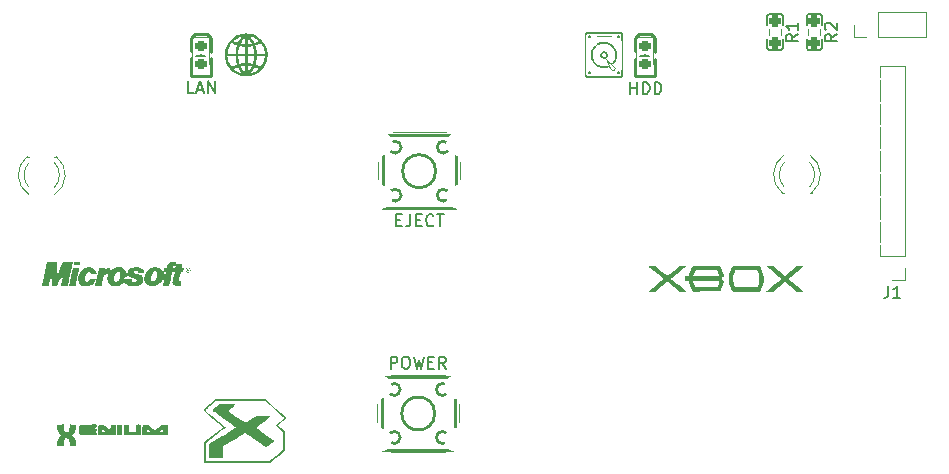
<source format=gbr>
%TF.GenerationSoftware,KiCad,Pcbnew,8.0.3*%
%TF.CreationDate,2024-07-05T17:04:29+01:00*%
%TF.ProjectId,XBox button board,58426f78-2062-4757-9474-6f6e20626f61,rev?*%
%TF.SameCoordinates,Original*%
%TF.FileFunction,Legend,Top*%
%TF.FilePolarity,Positive*%
%FSLAX46Y46*%
G04 Gerber Fmt 4.6, Leading zero omitted, Abs format (unit mm)*
G04 Created by KiCad (PCBNEW 8.0.3) date 2024-07-05 17:04:29*
%MOMM*%
%LPD*%
G01*
G04 APERTURE LIST*
G04 Aperture macros list*
%AMRoundRect*
0 Rectangle with rounded corners*
0 $1 Rounding radius*
0 $2 $3 $4 $5 $6 $7 $8 $9 X,Y pos of 4 corners*
0 Add a 4 corners polygon primitive as box body*
4,1,4,$2,$3,$4,$5,$6,$7,$8,$9,$2,$3,0*
0 Add four circle primitives for the rounded corners*
1,1,$1+$1,$2,$3*
1,1,$1+$1,$4,$5*
1,1,$1+$1,$6,$7*
1,1,$1+$1,$8,$9*
0 Add four rect primitives between the rounded corners*
20,1,$1+$1,$2,$3,$4,$5,0*
20,1,$1+$1,$4,$5,$6,$7,0*
20,1,$1+$1,$6,$7,$8,$9,0*
20,1,$1+$1,$8,$9,$2,$3,0*%
G04 Aperture macros list end*
%ADD10C,0.254000*%
%ADD11C,0.152400*%
%ADD12C,0.203200*%
%ADD13C,0.150000*%
%ADD14C,0.120000*%
%ADD15C,0.000000*%
%ADD16C,2.000000*%
%ADD17RoundRect,0.237500X-0.237500X0.250000X-0.237500X-0.250000X0.237500X-0.250000X0.237500X0.250000X0*%
%ADD18R,1.800000X1.800000*%
%ADD19C,1.800000*%
%ADD20R,1.350000X1.350000*%
%ADD21O,1.350000X1.350000*%
%ADD22RoundRect,0.218750X-0.256250X0.218750X-0.256250X-0.218750X0.256250X-0.218750X0.256250X0.218750X0*%
%ADD23R,2.000000X1.400000*%
%ADD24O,2.000000X1.400000*%
G04 APERTURE END LIST*
D10*
X162497230Y-84431400D02*
X164224430Y-84431400D01*
D11*
X175060830Y-79352400D02*
X175060830Y-80114400D01*
D10*
X142738030Y-90466960D02*
G75*
G02*
X141722030Y-90466960I-508000J0D01*
G01*
X141722030Y-90466960D02*
G75*
G02*
X142738030Y-90466960I508000J0D01*
G01*
X125266430Y-80845330D02*
X126282430Y-80845330D01*
X126638030Y-82369330D02*
X126638030Y-81200930D01*
X141087030Y-109913200D02*
X147284630Y-109913200D01*
X145582830Y-113012000D02*
G75*
G02*
X142788830Y-113012000I-1397000J0D01*
G01*
X142788830Y-113012000D02*
G75*
G02*
X145582830Y-113012000I1397000J0D01*
G01*
X124910830Y-84426730D02*
X126638030Y-84426730D01*
D11*
X177215990Y-82226200D02*
X177063590Y-82073800D01*
D10*
X162852830Y-80850000D02*
X163868830Y-80850000D01*
D12*
X163353210Y-82742300D02*
X163353210Y-82567040D01*
D11*
X173892430Y-82233400D02*
X173740030Y-82081000D01*
X177060830Y-79354460D02*
X177060830Y-80116460D01*
D10*
X162497230Y-84431400D02*
X162497230Y-82958200D01*
D11*
X174908430Y-79200000D02*
X175060830Y-79352400D01*
D10*
X141157020Y-95613223D02*
X147357160Y-95613223D01*
X162497230Y-82348600D02*
X162497230Y-81205600D01*
D11*
X173892430Y-79200000D02*
X174908430Y-79200000D01*
D10*
X146802030Y-90466960D02*
G75*
G02*
X145786030Y-90466960I-508000J0D01*
G01*
X145786030Y-90466960D02*
G75*
G02*
X146802030Y-90466960I508000J0D01*
G01*
X147287170Y-116113340D02*
X147287170Y-109913200D01*
D11*
X177063590Y-82073800D02*
X177063590Y-81311800D01*
D10*
X163868830Y-80850000D02*
X164224430Y-81205600D01*
X124910830Y-81200930D02*
X125266430Y-80845330D01*
X142661830Y-115044000D02*
G75*
G02*
X141645830Y-115044000I-508000J0D01*
G01*
X141645830Y-115044000D02*
G75*
G02*
X142661830Y-115044000I508000J0D01*
G01*
X126638030Y-84426730D02*
X126638030Y-82953530D01*
X162497230Y-81205600D02*
X162852830Y-80850000D01*
X141160690Y-89400160D02*
X147360830Y-89400160D01*
X164224430Y-84431400D02*
X164224430Y-82958200D01*
D11*
X173740030Y-79352400D02*
X173740030Y-80114400D01*
D10*
X124910830Y-82343930D02*
X124910830Y-81200930D01*
X126282430Y-80845330D02*
X126638030Y-81200930D01*
D12*
X162954430Y-82742300D02*
X163741830Y-82742300D01*
D11*
X173740030Y-82081000D02*
X173740030Y-81319000D01*
X178229230Y-79202060D02*
X178381630Y-79354460D01*
D10*
X141160690Y-89400160D02*
X141160690Y-95600300D01*
X164224430Y-82374000D02*
X164224430Y-81205600D01*
X142738030Y-94530960D02*
G75*
G02*
X141722030Y-94530960I-508000J0D01*
G01*
X141722030Y-94530960D02*
G75*
G02*
X142738030Y-94530960I508000J0D01*
G01*
X145659030Y-92498960D02*
G75*
G02*
X142865030Y-92498960I-1397000J0D01*
G01*
X142865030Y-92498960D02*
G75*
G02*
X145659030Y-92498960I1397000J0D01*
G01*
D12*
X125368030Y-82737630D02*
X126155430Y-82737630D01*
D10*
X146725830Y-110980000D02*
G75*
G02*
X145709830Y-110980000I-508000J0D01*
G01*
X145709830Y-110980000D02*
G75*
G02*
X146725830Y-110980000I508000J0D01*
G01*
X141087030Y-109913200D02*
X141087030Y-116110800D01*
D11*
X175060830Y-82081000D02*
X174908430Y-82233400D01*
D10*
X142661830Y-110980000D02*
G75*
G02*
X141645830Y-110980000I-508000J0D01*
G01*
X141645830Y-110980000D02*
G75*
G02*
X142661830Y-110980000I508000J0D01*
G01*
D11*
X177060830Y-79354460D02*
X177213230Y-79202060D01*
X178381630Y-79354460D02*
X178381630Y-80116460D01*
X173740030Y-79352400D02*
X173892430Y-79200000D01*
X178231990Y-82226200D02*
X177215990Y-82226200D01*
X177213230Y-79202060D02*
X178229230Y-79202060D01*
D10*
X147284630Y-116110800D02*
X141087030Y-116110800D01*
D11*
X178384390Y-82073800D02*
X178384390Y-81311800D01*
X178384390Y-82073800D02*
X178231990Y-82226200D01*
D12*
X125766810Y-82737630D02*
X125766810Y-82562370D01*
D10*
X146725830Y-115044000D02*
G75*
G02*
X145709830Y-115044000I-508000J0D01*
G01*
X145709830Y-115044000D02*
G75*
G02*
X146725830Y-115044000I508000J0D01*
G01*
D11*
X175060830Y-82081000D02*
X175060830Y-81319000D01*
D10*
X146802030Y-94530960D02*
G75*
G02*
X145786030Y-94530960I-508000J0D01*
G01*
X145786030Y-94530960D02*
G75*
G02*
X146802030Y-94530960I508000J0D01*
G01*
X124910830Y-84426730D02*
X124910830Y-82953530D01*
X147363370Y-95600300D02*
X147363370Y-89400160D01*
D11*
X174908430Y-82233400D02*
X173892430Y-82233400D01*
D13*
X162147609Y-85969819D02*
X162147609Y-84969819D01*
X162147609Y-85446009D02*
X162719037Y-85446009D01*
X162719037Y-85969819D02*
X162719037Y-84969819D01*
X163195228Y-85969819D02*
X163195228Y-84969819D01*
X163195228Y-84969819D02*
X163433323Y-84969819D01*
X163433323Y-84969819D02*
X163576180Y-85017438D01*
X163576180Y-85017438D02*
X163671418Y-85112676D01*
X163671418Y-85112676D02*
X163719037Y-85207914D01*
X163719037Y-85207914D02*
X163766656Y-85398390D01*
X163766656Y-85398390D02*
X163766656Y-85541247D01*
X163766656Y-85541247D02*
X163719037Y-85731723D01*
X163719037Y-85731723D02*
X163671418Y-85826961D01*
X163671418Y-85826961D02*
X163576180Y-85922200D01*
X163576180Y-85922200D02*
X163433323Y-85969819D01*
X163433323Y-85969819D02*
X163195228Y-85969819D01*
X164195228Y-85969819D02*
X164195228Y-84969819D01*
X164195228Y-84969819D02*
X164433323Y-84969819D01*
X164433323Y-84969819D02*
X164576180Y-85017438D01*
X164576180Y-85017438D02*
X164671418Y-85112676D01*
X164671418Y-85112676D02*
X164719037Y-85207914D01*
X164719037Y-85207914D02*
X164766656Y-85398390D01*
X164766656Y-85398390D02*
X164766656Y-85541247D01*
X164766656Y-85541247D02*
X164719037Y-85731723D01*
X164719037Y-85731723D02*
X164671418Y-85826961D01*
X164671418Y-85826961D02*
X164576180Y-85922200D01*
X164576180Y-85922200D02*
X164433323Y-85969819D01*
X164433323Y-85969819D02*
X164195228Y-85969819D01*
X125173799Y-85869819D02*
X124697609Y-85869819D01*
X124697609Y-85869819D02*
X124697609Y-84869819D01*
X125459514Y-85584104D02*
X125935704Y-85584104D01*
X125364276Y-85869819D02*
X125697609Y-84869819D01*
X125697609Y-84869819D02*
X126030942Y-85869819D01*
X126364276Y-85869819D02*
X126364276Y-84869819D01*
X126364276Y-84869819D02*
X126935704Y-85869819D01*
X126935704Y-85869819D02*
X126935704Y-84869819D01*
X142332258Y-96631009D02*
X142665591Y-96631009D01*
X142808448Y-97154819D02*
X142332258Y-97154819D01*
X142332258Y-97154819D02*
X142332258Y-96154819D01*
X142332258Y-96154819D02*
X142808448Y-96154819D01*
X143522734Y-96154819D02*
X143522734Y-96869104D01*
X143522734Y-96869104D02*
X143475115Y-97011961D01*
X143475115Y-97011961D02*
X143379877Y-97107200D01*
X143379877Y-97107200D02*
X143237020Y-97154819D01*
X143237020Y-97154819D02*
X143141782Y-97154819D01*
X143998925Y-96631009D02*
X144332258Y-96631009D01*
X144475115Y-97154819D02*
X143998925Y-97154819D01*
X143998925Y-97154819D02*
X143998925Y-96154819D01*
X143998925Y-96154819D02*
X144475115Y-96154819D01*
X145475115Y-97059580D02*
X145427496Y-97107200D01*
X145427496Y-97107200D02*
X145284639Y-97154819D01*
X145284639Y-97154819D02*
X145189401Y-97154819D01*
X145189401Y-97154819D02*
X145046544Y-97107200D01*
X145046544Y-97107200D02*
X144951306Y-97011961D01*
X144951306Y-97011961D02*
X144903687Y-96916723D01*
X144903687Y-96916723D02*
X144856068Y-96726247D01*
X144856068Y-96726247D02*
X144856068Y-96583390D01*
X144856068Y-96583390D02*
X144903687Y-96392914D01*
X144903687Y-96392914D02*
X144951306Y-96297676D01*
X144951306Y-96297676D02*
X145046544Y-96202438D01*
X145046544Y-96202438D02*
X145189401Y-96154819D01*
X145189401Y-96154819D02*
X145284639Y-96154819D01*
X145284639Y-96154819D02*
X145427496Y-96202438D01*
X145427496Y-96202438D02*
X145475115Y-96250057D01*
X145760830Y-96154819D02*
X146332258Y-96154819D01*
X146046544Y-97154819D02*
X146046544Y-96154819D01*
X176297093Y-80894452D02*
X175820902Y-81227785D01*
X176297093Y-81465880D02*
X175297093Y-81465880D01*
X175297093Y-81465880D02*
X175297093Y-81084928D01*
X175297093Y-81084928D02*
X175344712Y-80989690D01*
X175344712Y-80989690D02*
X175392331Y-80942071D01*
X175392331Y-80942071D02*
X175487569Y-80894452D01*
X175487569Y-80894452D02*
X175630426Y-80894452D01*
X175630426Y-80894452D02*
X175725664Y-80942071D01*
X175725664Y-80942071D02*
X175773283Y-80989690D01*
X175773283Y-80989690D02*
X175820902Y-81084928D01*
X175820902Y-81084928D02*
X175820902Y-81465880D01*
X176297093Y-79942071D02*
X176297093Y-80513499D01*
X176297093Y-80227785D02*
X175297093Y-80227785D01*
X175297093Y-80227785D02*
X175439950Y-80323023D01*
X175439950Y-80323023D02*
X175535188Y-80418261D01*
X175535188Y-80418261D02*
X175582807Y-80513499D01*
X183984496Y-102207819D02*
X183984496Y-102922104D01*
X183984496Y-102922104D02*
X183936877Y-103064961D01*
X183936877Y-103064961D02*
X183841639Y-103160200D01*
X183841639Y-103160200D02*
X183698782Y-103207819D01*
X183698782Y-103207819D02*
X183603544Y-103207819D01*
X184984496Y-103207819D02*
X184413068Y-103207819D01*
X184698782Y-103207819D02*
X184698782Y-102207819D01*
X184698782Y-102207819D02*
X184603544Y-102350676D01*
X184603544Y-102350676D02*
X184508306Y-102445914D01*
X184508306Y-102445914D02*
X184413068Y-102493533D01*
X141851306Y-109204819D02*
X141851306Y-108204819D01*
X141851306Y-108204819D02*
X142232258Y-108204819D01*
X142232258Y-108204819D02*
X142327496Y-108252438D01*
X142327496Y-108252438D02*
X142375115Y-108300057D01*
X142375115Y-108300057D02*
X142422734Y-108395295D01*
X142422734Y-108395295D02*
X142422734Y-108538152D01*
X142422734Y-108538152D02*
X142375115Y-108633390D01*
X142375115Y-108633390D02*
X142327496Y-108681009D01*
X142327496Y-108681009D02*
X142232258Y-108728628D01*
X142232258Y-108728628D02*
X141851306Y-108728628D01*
X143041782Y-108204819D02*
X143232258Y-108204819D01*
X143232258Y-108204819D02*
X143327496Y-108252438D01*
X143327496Y-108252438D02*
X143422734Y-108347676D01*
X143422734Y-108347676D02*
X143470353Y-108538152D01*
X143470353Y-108538152D02*
X143470353Y-108871485D01*
X143470353Y-108871485D02*
X143422734Y-109061961D01*
X143422734Y-109061961D02*
X143327496Y-109157200D01*
X143327496Y-109157200D02*
X143232258Y-109204819D01*
X143232258Y-109204819D02*
X143041782Y-109204819D01*
X143041782Y-109204819D02*
X142946544Y-109157200D01*
X142946544Y-109157200D02*
X142851306Y-109061961D01*
X142851306Y-109061961D02*
X142803687Y-108871485D01*
X142803687Y-108871485D02*
X142803687Y-108538152D01*
X142803687Y-108538152D02*
X142851306Y-108347676D01*
X142851306Y-108347676D02*
X142946544Y-108252438D01*
X142946544Y-108252438D02*
X143041782Y-108204819D01*
X143803687Y-108204819D02*
X144041782Y-109204819D01*
X144041782Y-109204819D02*
X144232258Y-108490533D01*
X144232258Y-108490533D02*
X144422734Y-109204819D01*
X144422734Y-109204819D02*
X144660830Y-108204819D01*
X145041782Y-108681009D02*
X145375115Y-108681009D01*
X145517972Y-109204819D02*
X145041782Y-109204819D01*
X145041782Y-109204819D02*
X145041782Y-108204819D01*
X145041782Y-108204819D02*
X145517972Y-108204819D01*
X146517972Y-109204819D02*
X146184639Y-108728628D01*
X145946544Y-109204819D02*
X145946544Y-108204819D01*
X145946544Y-108204819D02*
X146327496Y-108204819D01*
X146327496Y-108204819D02*
X146422734Y-108252438D01*
X146422734Y-108252438D02*
X146470353Y-108300057D01*
X146470353Y-108300057D02*
X146517972Y-108395295D01*
X146517972Y-108395295D02*
X146517972Y-108538152D01*
X146517972Y-108538152D02*
X146470353Y-108633390D01*
X146470353Y-108633390D02*
X146422734Y-108681009D01*
X146422734Y-108681009D02*
X146327496Y-108728628D01*
X146327496Y-108728628D02*
X145946544Y-108728628D01*
X179599983Y-80893094D02*
X179123792Y-81226427D01*
X179599983Y-81464522D02*
X178599983Y-81464522D01*
X178599983Y-81464522D02*
X178599983Y-81083570D01*
X178599983Y-81083570D02*
X178647602Y-80988332D01*
X178647602Y-80988332D02*
X178695221Y-80940713D01*
X178695221Y-80940713D02*
X178790459Y-80893094D01*
X178790459Y-80893094D02*
X178933316Y-80893094D01*
X178933316Y-80893094D02*
X179028554Y-80940713D01*
X179028554Y-80940713D02*
X179076173Y-80988332D01*
X179076173Y-80988332D02*
X179123792Y-81083570D01*
X179123792Y-81083570D02*
X179123792Y-81464522D01*
X178695221Y-80512141D02*
X178647602Y-80464522D01*
X178647602Y-80464522D02*
X178599983Y-80369284D01*
X178599983Y-80369284D02*
X178599983Y-80131189D01*
X178599983Y-80131189D02*
X178647602Y-80035951D01*
X178647602Y-80035951D02*
X178695221Y-79988332D01*
X178695221Y-79988332D02*
X178790459Y-79940713D01*
X178790459Y-79940713D02*
X178885697Y-79940713D01*
X178885697Y-79940713D02*
X179028554Y-79988332D01*
X179028554Y-79988332D02*
X179599983Y-80559760D01*
X179599983Y-80559760D02*
X179599983Y-79940713D01*
D14*
%TO.C,EJECT*%
X140760830Y-91700000D02*
X140760830Y-93200000D01*
X142010830Y-95700000D02*
X146510830Y-95700000D01*
X146510830Y-89200000D02*
X142010830Y-89200000D01*
X147760830Y-93200000D02*
X147760830Y-91700000D01*
%TO.C,R1*%
X173889774Y-80473062D02*
X173889774Y-80982510D01*
X174934774Y-80473062D02*
X174934774Y-80982510D01*
%TO.C,D1*%
X111228830Y-91259000D02*
X111072830Y-91259000D01*
X113544830Y-91259000D02*
X113388830Y-91259000D01*
X111228993Y-93860130D02*
G75*
G02*
X111228830Y-91778039I1079837J1041130D01*
G01*
X111230222Y-94491335D02*
G75*
G02*
X111073314Y-91259000I1078608J1672335D01*
G01*
X113388830Y-91778039D02*
G75*
G02*
X113388667Y-93860130I-1080000J-1040961D01*
G01*
X113544346Y-91259000D02*
G75*
G02*
X113387438Y-94491335I-1235516J-1560000D01*
G01*
D15*
%TO.C,G\u002A\u002A\u002A*%
G36*
X118988336Y-113951910D02*
G01*
X119034507Y-113954282D01*
X119064988Y-113959762D01*
X119086430Y-113969597D01*
X119105483Y-113985036D01*
X119107095Y-113986543D01*
X119144492Y-114021690D01*
X119144492Y-114402167D01*
X119144159Y-114505322D01*
X119143223Y-114599652D01*
X119141773Y-114681049D01*
X119139902Y-114745407D01*
X119137702Y-114788619D01*
X119135486Y-114806112D01*
X119110352Y-114837255D01*
X119061865Y-114858172D01*
X118988486Y-114869324D01*
X118916873Y-114871560D01*
X118855575Y-114869608D01*
X118802799Y-114864788D01*
X118767218Y-114858003D01*
X118760303Y-114855260D01*
X118741294Y-114844045D01*
X118726390Y-114831340D01*
X118715090Y-114813725D01*
X118706896Y-114787779D01*
X118701310Y-114750081D01*
X118697832Y-114697212D01*
X118695964Y-114625751D01*
X118695207Y-114532277D01*
X118695063Y-114413371D01*
X118695063Y-114407830D01*
X118695063Y-114021690D01*
X118732510Y-113986543D01*
X118751683Y-113970604D01*
X118772712Y-113960368D01*
X118802249Y-113954587D01*
X118846946Y-113952013D01*
X118913454Y-113951398D01*
X118919827Y-113951396D01*
X118988336Y-113951910D01*
G37*
G36*
X119568866Y-113948970D02*
G01*
X119633366Y-113962312D01*
X119680304Y-113982483D01*
X119703975Y-114007600D01*
X119710293Y-114026722D01*
X119715000Y-114049474D01*
X119718355Y-114080295D01*
X119720617Y-114123628D01*
X119722044Y-114183912D01*
X119722894Y-114265589D01*
X119723292Y-114339210D01*
X119724401Y-114596544D01*
X119992609Y-114596544D01*
X120260816Y-114596544D01*
X120261030Y-114324712D01*
X120261968Y-114211593D01*
X120264659Y-114125515D01*
X120269216Y-114064571D01*
X120275755Y-114026852D01*
X120279530Y-114016636D01*
X120313836Y-113980621D01*
X120374174Y-113957056D01*
X120460623Y-113945915D01*
X120494241Y-113944965D01*
X120585845Y-113950206D01*
X120651922Y-113967629D01*
X120692067Y-113997112D01*
X120697920Y-114006197D01*
X120703599Y-114030927D01*
X120708720Y-114079617D01*
X120713192Y-114147234D01*
X120716920Y-114228747D01*
X120719810Y-114319123D01*
X120721771Y-114413331D01*
X120722708Y-114506338D01*
X120722528Y-114593113D01*
X120721137Y-114668623D01*
X120718443Y-114727836D01*
X120714352Y-114765720D01*
X120712165Y-114774135D01*
X120689088Y-114808631D01*
X120653518Y-114840052D01*
X120648992Y-114842945D01*
X120636261Y-114850032D01*
X120621659Y-114855858D01*
X120602394Y-114860548D01*
X120575675Y-114864223D01*
X120538711Y-114867007D01*
X120488712Y-114869023D01*
X120422886Y-114870394D01*
X120338442Y-114871243D01*
X120232591Y-114871694D01*
X120102540Y-114871868D01*
X119992609Y-114871893D01*
X119843449Y-114871840D01*
X119720494Y-114871600D01*
X119620953Y-114871050D01*
X119542034Y-114870066D01*
X119480947Y-114868526D01*
X119434900Y-114866306D01*
X119401103Y-114863284D01*
X119376766Y-114859335D01*
X119359096Y-114854338D01*
X119345303Y-114848169D01*
X119336225Y-114842945D01*
X119300678Y-114813836D01*
X119276311Y-114780785D01*
X119274610Y-114776815D01*
X119269632Y-114748663D01*
X119265746Y-114696797D01*
X119262934Y-114626481D01*
X119261181Y-114542974D01*
X119260470Y-114451540D01*
X119260784Y-114357439D01*
X119262108Y-114265933D01*
X119264425Y-114182284D01*
X119267718Y-114111752D01*
X119271971Y-114059601D01*
X119276933Y-114031737D01*
X119302224Y-113990906D01*
X119346568Y-113963469D01*
X119412777Y-113948284D01*
X119492437Y-113944147D01*
X119568866Y-113948970D01*
G37*
G36*
X114936530Y-113947452D02*
G01*
X115208362Y-113951396D01*
X115212784Y-114037242D01*
X115212363Y-114125414D01*
X115204052Y-114225311D01*
X115189378Y-114324970D01*
X115169870Y-114412431D01*
X115161200Y-114440895D01*
X115113478Y-114550673D01*
X115045670Y-114662277D01*
X114964032Y-114765413D01*
X114964013Y-114765434D01*
X114893636Y-114843132D01*
X114972847Y-114922343D01*
X115021871Y-114978364D01*
X115070710Y-115045431D01*
X115104588Y-115101519D01*
X115146740Y-115192765D01*
X115175382Y-115283639D01*
X115192081Y-115382036D01*
X115198402Y-115495853D01*
X115197931Y-115572056D01*
X115193864Y-115749113D01*
X114929281Y-115753064D01*
X114664698Y-115757016D01*
X114664698Y-115590679D01*
X114660104Y-115454215D01*
X114645853Y-115342626D01*
X114621239Y-115253207D01*
X114585557Y-115183256D01*
X114546502Y-115137550D01*
X114483545Y-115095354D01*
X114417746Y-115080130D01*
X114352741Y-115090589D01*
X114292163Y-115125438D01*
X114239648Y-115183388D01*
X114199757Y-115260690D01*
X114185849Y-115303249D01*
X114175753Y-115350781D01*
X114168583Y-115409872D01*
X114163449Y-115487108D01*
X114160799Y-115549769D01*
X114153280Y-115756362D01*
X113887071Y-115756362D01*
X113620862Y-115756362D01*
X113621114Y-115578765D01*
X113627334Y-115425264D01*
X113646620Y-115293624D01*
X113680615Y-115179054D01*
X113730962Y-115076763D01*
X113799305Y-114981961D01*
X113842171Y-114934377D01*
X113929449Y-114843485D01*
X113869033Y-114777942D01*
X113773860Y-114656952D01*
X113698305Y-114523864D01*
X113656097Y-114416633D01*
X113638355Y-114354217D01*
X113626798Y-114295086D01*
X113620060Y-114229221D01*
X113616773Y-114146604D01*
X113616384Y-114125542D01*
X113613613Y-113951396D01*
X113883465Y-113947459D01*
X114153318Y-113943522D01*
X114161407Y-114157676D01*
X114166375Y-114262090D01*
X114173175Y-114342596D01*
X114183035Y-114404274D01*
X114197182Y-114452205D01*
X114216843Y-114491471D01*
X114243244Y-114527151D01*
X114253434Y-114538771D01*
X114316967Y-114591977D01*
X114384679Y-114617659D01*
X114453547Y-114615599D01*
X114520549Y-114585580D01*
X114552208Y-114560205D01*
X114592216Y-114513298D01*
X114622485Y-114454449D01*
X114643904Y-114380005D01*
X114657366Y-114286315D01*
X114663760Y-114169728D01*
X114664588Y-114099678D01*
X114664698Y-113943507D01*
X114936530Y-113947452D01*
G37*
G36*
X118447497Y-113949282D02*
G01*
X118513467Y-113964287D01*
X118554731Y-113988564D01*
X118563870Y-114000805D01*
X118567444Y-114021329D01*
X118570897Y-114066849D01*
X118574074Y-114133365D01*
X118576819Y-114216877D01*
X118578976Y-114313386D01*
X118580388Y-114418890D01*
X118580452Y-114426221D01*
X118581210Y-114551967D01*
X118581040Y-114651477D01*
X118579842Y-114727498D01*
X118577517Y-114782778D01*
X118573966Y-114820063D01*
X118569091Y-114842102D01*
X118565199Y-114849513D01*
X118552400Y-114858861D01*
X118529149Y-114865265D01*
X118490834Y-114869192D01*
X118432844Y-114871111D01*
X118350566Y-114871491D01*
X118348967Y-114871487D01*
X118253055Y-114869793D01*
X118180851Y-114865376D01*
X118134379Y-114858395D01*
X118120242Y-114853365D01*
X118101572Y-114839496D01*
X118064251Y-114809031D01*
X118011354Y-114764580D01*
X117945954Y-114708752D01*
X117871123Y-114644156D01*
X117789937Y-114573400D01*
X117774987Y-114560300D01*
X117693921Y-114489485D01*
X117619527Y-114425026D01*
X117554695Y-114369386D01*
X117502315Y-114325029D01*
X117465280Y-114294416D01*
X117446479Y-114280011D01*
X117445112Y-114279273D01*
X117435850Y-114287129D01*
X117437303Y-114321370D01*
X117438638Y-114330015D01*
X117443435Y-114373919D01*
X117446850Y-114433427D01*
X117448100Y-114491436D01*
X117448259Y-114596544D01*
X117601392Y-114596544D01*
X117754524Y-114596544D01*
X117873224Y-114700521D01*
X117934640Y-114755137D01*
X117976064Y-114794533D01*
X117999949Y-114821844D01*
X118008748Y-114840205D01*
X118004914Y-114852752D01*
X117997235Y-114859008D01*
X117977958Y-114862320D01*
X117933679Y-114865278D01*
X117868388Y-114867765D01*
X117786076Y-114869662D01*
X117690736Y-114870851D01*
X117586358Y-114871212D01*
X117585988Y-114871212D01*
X117459400Y-114870737D01*
X117358797Y-114869469D01*
X117281173Y-114867268D01*
X117223525Y-114863993D01*
X117182848Y-114859505D01*
X117156139Y-114853665D01*
X117148573Y-114850867D01*
X117112132Y-114828654D01*
X117087456Y-114802546D01*
X117086958Y-114801645D01*
X117081565Y-114776350D01*
X117077248Y-114723521D01*
X117074064Y-114644603D01*
X117072070Y-114541040D01*
X117071323Y-114414277D01*
X117071319Y-114403067D01*
X117071319Y-114033711D01*
X117115924Y-113996178D01*
X117136822Y-113979685D01*
X117157363Y-113968166D01*
X117182856Y-113960886D01*
X117218611Y-113957111D01*
X117269936Y-113956108D01*
X117342142Y-113957143D01*
X117390268Y-113958256D01*
X117471862Y-113961855D01*
X117530821Y-113968673D01*
X117573413Y-113979642D01*
X117593236Y-113988348D01*
X117619495Y-114005437D01*
X117663739Y-114038023D01*
X117721815Y-114082882D01*
X117789566Y-114136789D01*
X117862838Y-114196520D01*
X117883191Y-114213361D01*
X118122403Y-114411966D01*
X118129652Y-114217925D01*
X118133247Y-114144559D01*
X118137965Y-114080828D01*
X118143244Y-114032774D01*
X118148522Y-114006438D01*
X118149544Y-114004283D01*
X118181906Y-113977559D01*
X118236937Y-113957644D01*
X118308767Y-113946223D01*
X118358986Y-113944147D01*
X118447497Y-113949282D01*
G37*
G36*
X116919170Y-113979151D02*
G01*
X116948335Y-114026922D01*
X116957482Y-114084775D01*
X116946579Y-114142016D01*
X116919752Y-114184018D01*
X116884166Y-114219604D01*
X116397834Y-114219604D01*
X116266382Y-114219650D01*
X116161038Y-114219905D01*
X116078912Y-114220540D01*
X116017116Y-114221727D01*
X115972761Y-114223639D01*
X115942959Y-114226448D01*
X115924821Y-114230325D01*
X115915459Y-114235444D01*
X115911984Y-114241977D01*
X115911501Y-114248599D01*
X115912275Y-114256389D01*
X115916510Y-114262642D01*
X115927075Y-114267527D01*
X115946840Y-114271213D01*
X115978673Y-114273868D01*
X116025444Y-114275662D01*
X116090022Y-114276763D01*
X116175276Y-114277339D01*
X116284075Y-114277560D01*
X116404424Y-114277595D01*
X116537159Y-114277659D01*
X116643941Y-114277966D01*
X116727815Y-114278683D01*
X116791824Y-114279980D01*
X116839009Y-114282026D01*
X116872416Y-114284991D01*
X116895087Y-114289042D01*
X116910065Y-114294350D01*
X116920393Y-114301083D01*
X116926341Y-114306590D01*
X116946480Y-114343707D01*
X116955346Y-114395892D01*
X116952559Y-114451340D01*
X116937740Y-114498247D01*
X116932768Y-114506332D01*
X116910200Y-114538554D01*
X116410850Y-114538554D01*
X116277473Y-114538598D01*
X116170241Y-114538842D01*
X116086302Y-114539451D01*
X116022807Y-114540590D01*
X115976904Y-114542426D01*
X115945743Y-114545123D01*
X115926473Y-114548847D01*
X115916243Y-114553764D01*
X115912203Y-114560039D01*
X115911501Y-114567549D01*
X115912286Y-114575405D01*
X115916570Y-114581697D01*
X115927250Y-114586598D01*
X115947223Y-114590281D01*
X115979384Y-114592921D01*
X116026631Y-114594692D01*
X116091858Y-114595765D01*
X116177963Y-114596316D01*
X116287842Y-114596518D01*
X116395220Y-114596544D01*
X116526586Y-114596607D01*
X116632092Y-114596916D01*
X116714872Y-114597650D01*
X116778059Y-114598992D01*
X116824789Y-114601120D01*
X116858195Y-114604216D01*
X116881413Y-114608460D01*
X116897577Y-114614033D01*
X116909821Y-114621114D01*
X116917137Y-114626592D01*
X116940100Y-114648981D01*
X116951544Y-114676050D01*
X116955200Y-114718369D01*
X116955337Y-114734760D01*
X116952396Y-114786804D01*
X116941579Y-114820428D01*
X116923608Y-114842441D01*
X116915121Y-114849584D01*
X116904641Y-114855473D01*
X116889482Y-114860229D01*
X116866962Y-114863972D01*
X116834398Y-114866824D01*
X116789105Y-114868905D01*
X116728401Y-114870337D01*
X116649603Y-114871239D01*
X116550026Y-114871733D01*
X116426987Y-114871939D01*
X116277804Y-114871979D01*
X116267586Y-114871978D01*
X116115163Y-114871887D01*
X115988992Y-114871555D01*
X115886328Y-114870879D01*
X115804428Y-114869757D01*
X115740548Y-114868086D01*
X115691944Y-114865761D01*
X115655874Y-114862681D01*
X115629592Y-114858741D01*
X115610355Y-114853839D01*
X115595419Y-114847871D01*
X115592840Y-114846607D01*
X115550322Y-114816693D01*
X115513005Y-114777028D01*
X115509479Y-114771997D01*
X115498525Y-114754369D01*
X115490316Y-114735935D01*
X115484455Y-114712435D01*
X115480548Y-114679606D01*
X115478202Y-114633187D01*
X115477021Y-114568918D01*
X115476610Y-114482536D01*
X115476570Y-114416577D01*
X115477129Y-114301094D01*
X115479416Y-114210733D01*
X115484344Y-114141633D01*
X115492825Y-114089932D01*
X115505773Y-114051769D01*
X115524100Y-114023282D01*
X115548720Y-114000609D01*
X115579693Y-113980391D01*
X115592761Y-113973375D01*
X115607848Y-113967560D01*
X115627706Y-113962810D01*
X115655084Y-113958991D01*
X115692733Y-113955967D01*
X115743404Y-113953605D01*
X115809847Y-113951768D01*
X115894812Y-113950321D01*
X116001051Y-113949130D01*
X116131314Y-113948059D01*
X116255900Y-113947190D01*
X116883004Y-113942985D01*
X116919170Y-113979151D01*
G37*
G36*
X121141551Y-113945934D02*
G01*
X121221167Y-113951673D01*
X121291624Y-113962595D01*
X121343816Y-113978317D01*
X121349218Y-113980916D01*
X121377136Y-113998721D01*
X121422271Y-114031388D01*
X121479631Y-114075140D01*
X121544226Y-114126196D01*
X121587357Y-114161206D01*
X121685760Y-114241239D01*
X121764479Y-114303559D01*
X121825583Y-114349626D01*
X121871140Y-114380901D01*
X121903217Y-114398845D01*
X121923883Y-114404917D01*
X121930855Y-114403848D01*
X121947275Y-114392576D01*
X121982395Y-114365597D01*
X122032634Y-114325761D01*
X122094411Y-114275915D01*
X122164145Y-114218909D01*
X122187509Y-114199659D01*
X122261263Y-114139573D01*
X122330488Y-114084656D01*
X122391039Y-114038082D01*
X122438767Y-114003027D01*
X122469524Y-113982666D01*
X122474156Y-113980206D01*
X122518157Y-113966779D01*
X122582134Y-113956290D01*
X122657171Y-113949241D01*
X122734354Y-113946135D01*
X122804765Y-113947472D01*
X122859488Y-113953755D01*
X122874686Y-113957665D01*
X122918589Y-113979489D01*
X122954553Y-114009244D01*
X122957165Y-114012391D01*
X122966323Y-114025592D01*
X122973343Y-114041462D01*
X122978508Y-114063770D01*
X122982100Y-114096283D01*
X122984401Y-114142769D01*
X122985694Y-114206997D01*
X122986262Y-114292733D01*
X122986387Y-114402098D01*
X122985639Y-114536050D01*
X122983408Y-114642631D01*
X122979712Y-114721414D01*
X122974568Y-114771974D01*
X122969881Y-114790883D01*
X122957741Y-114813441D01*
X122942019Y-114831418D01*
X122919574Y-114845286D01*
X122887269Y-114855520D01*
X122841965Y-114862592D01*
X122780523Y-114866976D01*
X122699804Y-114869146D01*
X122596670Y-114869574D01*
X122467982Y-114868734D01*
X122454543Y-114868608D01*
X122325883Y-114867368D01*
X122224389Y-114865667D01*
X122148236Y-114862439D01*
X122095598Y-114856616D01*
X122064653Y-114847129D01*
X122053576Y-114832911D01*
X122060543Y-114812894D01*
X122083729Y-114786012D01*
X122121310Y-114751195D01*
X122171463Y-114707377D01*
X122174515Y-114704715D01*
X122297746Y-114597186D01*
X122453596Y-114596865D01*
X122609446Y-114596544D01*
X122609446Y-114436214D01*
X122608728Y-114364112D01*
X122606282Y-114317379D01*
X122601672Y-114292419D01*
X122594462Y-114285634D01*
X122591324Y-114286839D01*
X122574704Y-114299826D01*
X122540582Y-114328573D01*
X122493086Y-114369532D01*
X122436345Y-114419153D01*
X122399230Y-114451919D01*
X122282740Y-114553929D01*
X122180281Y-114641207D01*
X122093174Y-114712700D01*
X122022742Y-114767352D01*
X121970308Y-114804109D01*
X121937194Y-114821916D01*
X121934011Y-114822879D01*
X121895771Y-114821540D01*
X121847944Y-114798442D01*
X121841319Y-114794151D01*
X121787009Y-114755456D01*
X121715452Y-114700245D01*
X121630625Y-114631761D01*
X121536504Y-114553245D01*
X121437067Y-114467939D01*
X121382431Y-114420077D01*
X121325229Y-114370099D01*
X121275699Y-114327781D01*
X121237870Y-114296493D01*
X121215770Y-114279602D01*
X121211988Y-114277595D01*
X121208653Y-114291097D01*
X121206582Y-114327661D01*
X121205976Y-114381374D01*
X121206698Y-114433445D01*
X121210417Y-114589296D01*
X121369892Y-114593457D01*
X121529367Y-114597619D01*
X121659846Y-114719799D01*
X121715020Y-114772425D01*
X121750770Y-114809334D01*
X121769638Y-114833730D01*
X121774171Y-114848818D01*
X121768579Y-114856768D01*
X121746154Y-114862110D01*
X121699424Y-114866301D01*
X121633054Y-114869376D01*
X121551710Y-114871366D01*
X121460059Y-114872304D01*
X121362765Y-114872223D01*
X121264494Y-114871157D01*
X121169914Y-114869137D01*
X121083688Y-114866196D01*
X121010484Y-114862368D01*
X120954966Y-114857686D01*
X120921801Y-114852181D01*
X120917776Y-114850781D01*
X120889304Y-114836540D01*
X120867101Y-114819204D01*
X120850513Y-114795333D01*
X120838889Y-114761486D01*
X120831575Y-114714223D01*
X120827920Y-114650102D01*
X120827271Y-114565683D01*
X120828975Y-114457526D01*
X120830569Y-114390966D01*
X120834326Y-114266547D01*
X120838628Y-114169239D01*
X120843613Y-114097162D01*
X120849421Y-114048435D01*
X120856191Y-114021178D01*
X120858115Y-114017391D01*
X120883000Y-113993742D01*
X120922924Y-113970434D01*
X120938816Y-113963651D01*
X120991268Y-113951540D01*
X121061882Y-113945762D01*
X121141551Y-113945934D01*
G37*
D14*
%TO.C,J2*%
X181050830Y-81160000D02*
X181050830Y-80100000D01*
X182110830Y-81160000D02*
X181050830Y-81160000D01*
X183110830Y-79040000D02*
X187170830Y-79040000D01*
X183110830Y-81160000D02*
X183110830Y-79040000D01*
X183110830Y-81160000D02*
X187170830Y-81160000D01*
X187170830Y-81160000D02*
X187170830Y-79040000D01*
%TO.C,HDD_LED1*%
X162618210Y-81169670D02*
X162618210Y-83454670D01*
X164088210Y-81169670D02*
X162618210Y-81169670D01*
X164088210Y-83454670D02*
X164088210Y-81169670D01*
D15*
%TO.C,G\u002A\u002A\u002A*%
G36*
X171970301Y-100517896D02*
G01*
X173103483Y-100523252D01*
X173200738Y-100685457D01*
X173319325Y-100922687D01*
X173398919Y-101173831D01*
X173439561Y-101439043D01*
X173445326Y-101589415D01*
X173427589Y-101854584D01*
X173375492Y-102108472D01*
X173290708Y-102345091D01*
X173174908Y-102558450D01*
X173174696Y-102558774D01*
X173089880Y-102688260D01*
X171962125Y-102688260D01*
X170834371Y-102688260D01*
X170764997Y-102579491D01*
X170695910Y-102465447D01*
X170641994Y-102360682D01*
X170595102Y-102247843D01*
X170553440Y-102128880D01*
X170531460Y-102059743D01*
X170515769Y-101999928D01*
X170505288Y-101940009D01*
X170498935Y-101870557D01*
X170495631Y-101782148D01*
X170494294Y-101665355D01*
X170494076Y-101610935D01*
X170494116Y-101600576D01*
X170855604Y-101600576D01*
X170864369Y-101785272D01*
X170892985Y-101948328D01*
X170944935Y-102106171D01*
X170979722Y-102186070D01*
X171040089Y-102315772D01*
X171955608Y-102310376D01*
X172871126Y-102304981D01*
X172909972Y-102252944D01*
X172968867Y-102148028D01*
X173015531Y-102012826D01*
X173048778Y-101856989D01*
X173067422Y-101690167D01*
X173070276Y-101522011D01*
X173056154Y-101362172D01*
X173033101Y-101251329D01*
X173004211Y-101157606D01*
X172970205Y-101064086D01*
X172938257Y-100990437D01*
X172937118Y-100988173D01*
X172885248Y-100885813D01*
X171962567Y-100885813D01*
X171039887Y-100885813D01*
X170979621Y-101015299D01*
X170915073Y-101176546D01*
X170875555Y-101335099D01*
X170857591Y-101507361D01*
X170855604Y-101600576D01*
X170494116Y-101600576D01*
X170494614Y-101470271D01*
X170497664Y-101362246D01*
X170503928Y-101278106D01*
X170514111Y-101209093D01*
X170528915Y-101146453D01*
X170532344Y-101134426D01*
X170578484Y-100998394D01*
X170637672Y-100856117D01*
X170702973Y-100722854D01*
X170767455Y-100613865D01*
X170771780Y-100607507D01*
X170837119Y-100512540D01*
X171970301Y-100517896D01*
G37*
G36*
X174709721Y-100937287D02*
G01*
X175230804Y-101362835D01*
X175306621Y-101301976D01*
X175342655Y-101272833D01*
X175405723Y-101221591D01*
X175490770Y-101152367D01*
X175592741Y-101069279D01*
X175706583Y-100976442D01*
X175827239Y-100877972D01*
X175827871Y-100877457D01*
X176273303Y-100513796D01*
X176563352Y-100513805D01*
X176677450Y-100514047D01*
X176755429Y-100515283D01*
X176802606Y-100518292D01*
X176824300Y-100523855D01*
X176825825Y-100532750D01*
X176812500Y-100545756D01*
X176807641Y-100549609D01*
X176710758Y-100626168D01*
X176599478Y-100715402D01*
X176477719Y-100814051D01*
X176349398Y-100918854D01*
X176218432Y-101026548D01*
X176088740Y-101133872D01*
X175964237Y-101237565D01*
X175848843Y-101334365D01*
X175746475Y-101421010D01*
X175661049Y-101494240D01*
X175596484Y-101550791D01*
X175556697Y-101587404D01*
X175545300Y-101600576D01*
X175561791Y-101617084D01*
X175606591Y-101656622D01*
X175675896Y-101716031D01*
X175765907Y-101792150D01*
X175872822Y-101881819D01*
X175992839Y-101981879D01*
X176122159Y-102089170D01*
X176256979Y-102200531D01*
X176393498Y-102312803D01*
X176527916Y-102422825D01*
X176656430Y-102527438D01*
X176775241Y-102623481D01*
X176791248Y-102636356D01*
X176853401Y-102686314D01*
X176563352Y-102686471D01*
X176273303Y-102686628D01*
X175817512Y-102312724D01*
X175696292Y-102213376D01*
X175582454Y-102120257D01*
X175480830Y-102037303D01*
X175396249Y-101968452D01*
X175333542Y-101917642D01*
X175297539Y-101888809D01*
X175295606Y-101887296D01*
X175229492Y-101835771D01*
X174707979Y-102262015D01*
X174186466Y-102688260D01*
X173909126Y-102688260D01*
X173807350Y-102687616D01*
X173722361Y-102685854D01*
X173661742Y-102683223D01*
X173633073Y-102679973D01*
X173631786Y-102679089D01*
X173647303Y-102664423D01*
X173691531Y-102626556D01*
X173760987Y-102568375D01*
X173852189Y-102492764D01*
X173961655Y-102402608D01*
X174085900Y-102300793D01*
X174221443Y-102190205D01*
X174248140Y-102168477D01*
X174387249Y-102055186D01*
X174517336Y-101949020D01*
X174634634Y-101853070D01*
X174735374Y-101770428D01*
X174815790Y-101704184D01*
X174872114Y-101657431D01*
X174900578Y-101633259D01*
X174902156Y-101631824D01*
X174910167Y-101622061D01*
X174911987Y-101610175D01*
X174904898Y-101593659D01*
X174886182Y-101570005D01*
X174853122Y-101536708D01*
X174803000Y-101491261D01*
X174733097Y-101431156D01*
X174640696Y-101353888D01*
X174523080Y-101256948D01*
X174377530Y-101137832D01*
X174282106Y-101059933D01*
X173624393Y-100523252D01*
X173906516Y-100517496D01*
X174188639Y-100511740D01*
X174709721Y-100937287D01*
G37*
G36*
X164611029Y-100818480D02*
G01*
X164728110Y-100913978D01*
X164844043Y-101008578D01*
X164951731Y-101096486D01*
X165044075Y-101171907D01*
X165113978Y-101229046D01*
X165132425Y-101244141D01*
X165279087Y-101364214D01*
X165800308Y-100938553D01*
X166321529Y-100512893D01*
X166599659Y-100512893D01*
X166701591Y-100513514D01*
X166786745Y-100515216D01*
X166847552Y-100517759D01*
X166876441Y-100520899D01*
X166877790Y-100521773D01*
X166862271Y-100536347D01*
X166817968Y-100574247D01*
X166748255Y-100632675D01*
X166656509Y-100708830D01*
X166546108Y-100799916D01*
X166420427Y-100903133D01*
X166282844Y-101015681D01*
X166223999Y-101063694D01*
X166057102Y-101200168D01*
X165920261Y-101313063D01*
X165811057Y-101404533D01*
X165727070Y-101476735D01*
X165665882Y-101531822D01*
X165625074Y-101571952D01*
X165602225Y-101599279D01*
X165594918Y-101615957D01*
X165597286Y-101622045D01*
X165618885Y-101640352D01*
X165669022Y-101681847D01*
X165744088Y-101743574D01*
X165840476Y-101822576D01*
X165954577Y-101915898D01*
X166082782Y-102020583D01*
X166221485Y-102133674D01*
X166263386Y-102167807D01*
X166902408Y-102688260D01*
X166613193Y-102688260D01*
X166323978Y-102688260D01*
X165802534Y-102261553D01*
X165281090Y-101834847D01*
X165038371Y-102031460D01*
X164932843Y-102117149D01*
X164808517Y-102218426D01*
X164678581Y-102324531D01*
X164556218Y-102424705D01*
X164515963Y-102457735D01*
X164236272Y-102687397D01*
X163947259Y-102687828D01*
X163839270Y-102686782D01*
X163754549Y-102683538D01*
X163698672Y-102678464D01*
X163677216Y-102671927D01*
X163677928Y-102670066D01*
X163697856Y-102653357D01*
X163746363Y-102613402D01*
X163819894Y-102553108D01*
X163914893Y-102475386D01*
X164027802Y-102383143D01*
X164155066Y-102279289D01*
X164293128Y-102166733D01*
X164335404Y-102132288D01*
X164475193Y-102018102D01*
X164604445Y-101911934D01*
X164719730Y-101816646D01*
X164817617Y-101735101D01*
X164894674Y-101670160D01*
X164947471Y-101624687D01*
X164972577Y-101601543D01*
X164974202Y-101599343D01*
X164958888Y-101583792D01*
X164914756Y-101545006D01*
X164845194Y-101485816D01*
X164753592Y-101409057D01*
X164643337Y-101317562D01*
X164517819Y-101214165D01*
X164380425Y-101101699D01*
X164326049Y-101057371D01*
X164184742Y-100942283D01*
X164053614Y-100835442D01*
X163936108Y-100739659D01*
X163835669Y-100657744D01*
X163755743Y-100592506D01*
X163699773Y-100546754D01*
X163671205Y-100523299D01*
X163668260Y-100520826D01*
X163684512Y-100517976D01*
X163735058Y-100515580D01*
X163812757Y-100513840D01*
X163910468Y-100512960D01*
X163947962Y-100512893D01*
X164236296Y-100512893D01*
X164611029Y-100818480D01*
G37*
G36*
X168576316Y-100513074D02*
G01*
X169705767Y-100513255D01*
X169782343Y-100632201D01*
X169898735Y-100844430D01*
X169985505Y-101076057D01*
X170005855Y-101148554D01*
X170033253Y-101261243D01*
X170046338Y-101341909D01*
X170044435Y-101397657D01*
X170026868Y-101435592D01*
X169992962Y-101462817D01*
X169975098Y-101472097D01*
X169929129Y-101498196D01*
X169908217Y-101528676D01*
X169902695Y-101580109D01*
X169902586Y-101596404D01*
X169905962Y-101654896D01*
X169922535Y-101688676D01*
X169961972Y-101714315D01*
X169975098Y-101720711D01*
X170015405Y-101744667D01*
X170038950Y-101775050D01*
X170046875Y-101819830D01*
X170040325Y-101886980D01*
X170020444Y-101984469D01*
X170015834Y-102004573D01*
X169971900Y-102158090D01*
X169912174Y-102315693D01*
X169843302Y-102461444D01*
X169782636Y-102563953D01*
X169705767Y-102677901D01*
X168576648Y-102683034D01*
X167447529Y-102688167D01*
X167366068Y-102561609D01*
X167284686Y-102416485D01*
X167212186Y-102252150D01*
X167155302Y-102085612D01*
X167122972Y-101947599D01*
X167097605Y-101797395D01*
X167474963Y-101797395D01*
X167489483Y-101885446D01*
X167508755Y-101964742D01*
X167540884Y-102061375D01*
X167579529Y-102158653D01*
X167618349Y-102239883D01*
X167634535Y-102267287D01*
X167666021Y-102315340D01*
X168575436Y-102315340D01*
X169484851Y-102315340D01*
X169526420Y-102248007D01*
X169552273Y-102197071D01*
X169583289Y-102123031D01*
X169615245Y-102037787D01*
X169643921Y-101953243D01*
X169665094Y-101881299D01*
X169674543Y-101833858D01*
X169674690Y-101829998D01*
X169671473Y-101822795D01*
X169659682Y-101816725D01*
X169636113Y-101811692D01*
X169597556Y-101807603D01*
X169540806Y-101804362D01*
X169462655Y-101801874D01*
X169359896Y-101800044D01*
X169229324Y-101798776D01*
X169067729Y-101797977D01*
X168871907Y-101797550D01*
X168638649Y-101797400D01*
X168574827Y-101797395D01*
X167474963Y-101797395D01*
X167097605Y-101797395D01*
X166925544Y-101797395D01*
X166753483Y-101797395D01*
X166753483Y-101600576D01*
X166753483Y-101403757D01*
X166929584Y-101403757D01*
X167473309Y-101403757D01*
X168574000Y-101403757D01*
X168818862Y-101403634D01*
X169025407Y-101403207D01*
X169196752Y-101402391D01*
X169336014Y-101401102D01*
X169446310Y-101399255D01*
X169530759Y-101396764D01*
X169592476Y-101393544D01*
X169634581Y-101389511D01*
X169660189Y-101384580D01*
X169672419Y-101378665D01*
X169674690Y-101373750D01*
X169667351Y-101330215D01*
X169648081Y-101260483D01*
X169621002Y-101176559D01*
X169590234Y-101090447D01*
X169559898Y-101014151D01*
X169534115Y-100959675D01*
X169530296Y-100953146D01*
X169488839Y-100885813D01*
X168576648Y-100885813D01*
X167664456Y-100885813D01*
X167623163Y-100953146D01*
X167576020Y-101044897D01*
X167531737Y-101156231D01*
X167498098Y-101266187D01*
X167486527Y-101321101D01*
X167473309Y-101403757D01*
X166929584Y-101403757D01*
X167014900Y-101403199D01*
X167066975Y-101400022D01*
X167094002Y-101391970D01*
X167104172Y-101376788D01*
X167105685Y-101355277D01*
X167116389Y-101259519D01*
X167145981Y-101139313D01*
X167190678Y-101004894D01*
X167246699Y-100866498D01*
X167310262Y-100734360D01*
X167377586Y-100618718D01*
X167378088Y-100617950D01*
X167446865Y-100512893D01*
X168576316Y-100513074D01*
G37*
D14*
%TO.C,J1*%
X183257830Y-99693000D02*
X183257830Y-83633000D01*
X185377830Y-83633000D02*
X183257830Y-83633000D01*
X185377830Y-99693000D02*
X183257830Y-99693000D01*
X185377830Y-99693000D02*
X185377830Y-83633000D01*
X185377830Y-100693000D02*
X185377830Y-101753000D01*
X185377830Y-101753000D02*
X184317830Y-101753000D01*
D15*
%TO.C,G*%
G36*
X160065996Y-81087125D02*
G01*
X160162152Y-81087327D01*
X160253977Y-81087650D01*
X160339481Y-81088093D01*
X160416675Y-81088656D01*
X160483571Y-81089340D01*
X160538178Y-81090145D01*
X160578507Y-81091069D01*
X160602571Y-81092115D01*
X160608531Y-81092852D01*
X160620352Y-81106280D01*
X160623779Y-81128105D01*
X160618812Y-81149083D01*
X160608531Y-81159147D01*
X160596289Y-81160166D01*
X160566503Y-81161069D01*
X160521153Y-81161856D01*
X160462221Y-81162528D01*
X160391685Y-81163086D01*
X160311527Y-81163530D01*
X160223727Y-81163862D01*
X160130266Y-81164083D01*
X160033124Y-81164192D01*
X159934282Y-81164191D01*
X159835720Y-81164081D01*
X159739418Y-81163862D01*
X159647358Y-81163536D01*
X159561520Y-81163103D01*
X159483884Y-81162563D01*
X159416430Y-81161919D01*
X159361140Y-81161170D01*
X159319994Y-81160317D01*
X159294971Y-81159362D01*
X159288041Y-81158607D01*
X159278258Y-81145698D01*
X159276160Y-81124216D01*
X159281294Y-81103350D01*
X159291282Y-81092852D01*
X159303803Y-81091730D01*
X159333873Y-81090727D01*
X159379503Y-81089845D01*
X159438703Y-81089083D01*
X159509485Y-81088442D01*
X159589859Y-81087922D01*
X159677836Y-81087521D01*
X159771428Y-81087242D01*
X159868645Y-81087082D01*
X159967497Y-81087043D01*
X160065996Y-81087125D01*
G37*
G36*
X158733492Y-80995135D02*
G01*
X158756064Y-81000270D01*
X158775196Y-81012629D01*
X158794532Y-81030912D01*
X158815382Y-81053378D01*
X158826389Y-81072519D01*
X158830665Y-81096373D01*
X158831330Y-81126000D01*
X158830290Y-81160122D01*
X158825155Y-81182701D01*
X158812899Y-81201705D01*
X158795630Y-81219989D01*
X158768750Y-81243240D01*
X158742784Y-81254847D01*
X158712592Y-81259140D01*
X158680236Y-81259466D01*
X158653398Y-81256285D01*
X158645714Y-81253926D01*
X158626736Y-81241442D01*
X158603445Y-81220979D01*
X158596868Y-81214296D01*
X158579849Y-81193777D01*
X158571036Y-81173461D01*
X158567849Y-81145536D01*
X158567567Y-81126000D01*
X158640830Y-81126000D01*
X158643908Y-81152769D01*
X158651430Y-81171608D01*
X158652553Y-81172892D01*
X158671838Y-81181506D01*
X158700307Y-81184264D01*
X158728504Y-81181168D01*
X158746337Y-81172892D01*
X158754234Y-81155761D01*
X158758007Y-81129420D01*
X158758060Y-81126000D01*
X158753404Y-81092736D01*
X158737492Y-81074226D01*
X158707408Y-81067554D01*
X158699445Y-81067384D01*
X158666181Y-81072041D01*
X158647671Y-81087953D01*
X158641000Y-81118037D01*
X158640830Y-81126000D01*
X158567567Y-81126000D01*
X158567560Y-81125521D01*
X158568610Y-81091586D01*
X158573863Y-81069046D01*
X158586475Y-81049785D01*
X158604358Y-81030912D01*
X158626824Y-81010063D01*
X158645965Y-80999055D01*
X158669818Y-80994780D01*
X158699445Y-80994115D01*
X158733492Y-80995135D01*
G37*
G36*
X158733492Y-84043135D02*
G01*
X158756064Y-84048270D01*
X158775196Y-84060629D01*
X158794532Y-84078912D01*
X158815382Y-84101378D01*
X158826389Y-84120519D01*
X158830665Y-84144373D01*
X158831330Y-84174000D01*
X158830290Y-84208122D01*
X158825155Y-84230701D01*
X158812899Y-84249705D01*
X158795630Y-84267989D01*
X158768750Y-84291240D01*
X158742784Y-84302847D01*
X158712592Y-84307140D01*
X158680236Y-84307466D01*
X158653398Y-84304285D01*
X158645714Y-84301926D01*
X158626736Y-84289442D01*
X158603445Y-84268979D01*
X158596868Y-84262296D01*
X158579849Y-84241777D01*
X158571036Y-84221461D01*
X158567849Y-84193536D01*
X158567567Y-84174000D01*
X158640830Y-84174000D01*
X158645486Y-84207263D01*
X158661398Y-84225773D01*
X158691482Y-84232445D01*
X158699445Y-84232615D01*
X158726214Y-84229537D01*
X158745054Y-84222014D01*
X158746337Y-84220892D01*
X158754234Y-84203761D01*
X158758007Y-84177420D01*
X158758060Y-84174000D01*
X158753404Y-84140736D01*
X158737492Y-84122226D01*
X158707408Y-84115554D01*
X158699445Y-84115384D01*
X158666181Y-84120041D01*
X158647671Y-84135953D01*
X158641000Y-84166037D01*
X158640830Y-84174000D01*
X158567567Y-84174000D01*
X158567560Y-84173521D01*
X158568610Y-84139586D01*
X158573863Y-84117046D01*
X158586475Y-84097785D01*
X158604358Y-84078912D01*
X158626824Y-84058063D01*
X158645965Y-84047055D01*
X158669818Y-84042780D01*
X158699445Y-84042115D01*
X158733492Y-84043135D01*
G37*
G36*
X161156262Y-80995135D02*
G01*
X161178833Y-81000270D01*
X161197965Y-81012629D01*
X161217301Y-81030912D01*
X161238151Y-81053378D01*
X161249158Y-81072519D01*
X161253434Y-81096373D01*
X161254099Y-81126000D01*
X161253060Y-81160122D01*
X161247925Y-81182701D01*
X161235668Y-81201705D01*
X161218400Y-81219989D01*
X161191520Y-81243240D01*
X161165553Y-81254847D01*
X161135361Y-81259140D01*
X161103005Y-81259466D01*
X161076168Y-81256285D01*
X161068483Y-81253926D01*
X161049505Y-81241442D01*
X161026214Y-81220979D01*
X161019637Y-81214296D01*
X161002618Y-81193777D01*
X160993805Y-81173461D01*
X160990619Y-81145536D01*
X160990349Y-81126862D01*
X161063950Y-81126862D01*
X161067046Y-81155059D01*
X161075322Y-81172892D01*
X161094607Y-81181506D01*
X161123077Y-81184264D01*
X161151273Y-81181168D01*
X161169107Y-81172892D01*
X161177720Y-81153607D01*
X161180479Y-81125137D01*
X161177383Y-81096941D01*
X161169106Y-81079107D01*
X161151976Y-81071210D01*
X161125635Y-81067438D01*
X161122214Y-81067384D01*
X161095445Y-81070462D01*
X161076605Y-81077985D01*
X161075322Y-81079107D01*
X161066708Y-81098393D01*
X161063950Y-81126862D01*
X160990349Y-81126862D01*
X160990330Y-81125521D01*
X160991379Y-81091586D01*
X160996632Y-81069046D01*
X161009244Y-81049785D01*
X161027127Y-81030912D01*
X161049593Y-81010063D01*
X161068734Y-80999055D01*
X161092587Y-80994780D01*
X161122214Y-80994115D01*
X161156262Y-80995135D01*
G37*
G36*
X159956942Y-82327600D02*
G01*
X160025174Y-82347323D01*
X160031895Y-82350301D01*
X160100978Y-82392282D01*
X160159526Y-82448855D01*
X160203763Y-82516354D01*
X160204593Y-82518029D01*
X160228756Y-82587169D01*
X160235213Y-82656772D01*
X160225621Y-82724662D01*
X160201634Y-82788663D01*
X160164907Y-82846600D01*
X160117095Y-82896295D01*
X160059851Y-82935573D01*
X159994832Y-82962257D01*
X159923692Y-82974173D01*
X159860040Y-82971121D01*
X159795315Y-82952355D01*
X159733174Y-82917092D01*
X159677358Y-82868339D01*
X159631608Y-82809104D01*
X159611131Y-82771065D01*
X159589580Y-82702897D01*
X159586328Y-82647553D01*
X159737785Y-82647553D01*
X159744559Y-82698128D01*
X159767030Y-82747275D01*
X159802770Y-82785306D01*
X159848075Y-82810782D01*
X159899240Y-82822263D01*
X159952561Y-82818311D01*
X160002756Y-82798421D01*
X160043248Y-82764748D01*
X160069379Y-82722057D01*
X160081644Y-82674019D01*
X160080538Y-82624306D01*
X160066554Y-82576590D01*
X160040188Y-82534544D01*
X160001934Y-82501839D01*
X159960428Y-82484125D01*
X159902734Y-82477369D01*
X159850008Y-82487450D01*
X159804699Y-82511938D01*
X159769259Y-82548404D01*
X159746137Y-82594419D01*
X159737785Y-82647553D01*
X159586328Y-82647553D01*
X159585587Y-82634938D01*
X159597246Y-82569096D01*
X159622649Y-82507276D01*
X159659891Y-82451385D01*
X159707064Y-82403330D01*
X159762262Y-82365017D01*
X159823579Y-82338354D01*
X159889108Y-82325246D01*
X159956942Y-82327600D01*
G37*
G36*
X161156262Y-84043135D02*
G01*
X161178833Y-84048270D01*
X161197965Y-84060629D01*
X161217301Y-84078912D01*
X161238151Y-84101378D01*
X161249158Y-84120519D01*
X161253434Y-84144373D01*
X161254099Y-84174000D01*
X161253060Y-84208122D01*
X161247925Y-84230701D01*
X161235668Y-84249705D01*
X161218400Y-84267989D01*
X161191520Y-84291240D01*
X161165553Y-84302847D01*
X161135361Y-84307140D01*
X161103005Y-84307466D01*
X161076168Y-84304285D01*
X161068483Y-84301926D01*
X161049505Y-84289442D01*
X161026214Y-84268979D01*
X161019637Y-84262296D01*
X161002618Y-84241777D01*
X160993805Y-84221461D01*
X160990619Y-84193536D01*
X160990349Y-84174862D01*
X161063950Y-84174862D01*
X161067046Y-84203059D01*
X161075322Y-84220892D01*
X161092453Y-84228789D01*
X161118793Y-84232561D01*
X161122214Y-84232615D01*
X161148983Y-84229537D01*
X161167823Y-84222014D01*
X161169107Y-84220892D01*
X161177720Y-84201607D01*
X161180479Y-84173137D01*
X161177383Y-84144941D01*
X161169106Y-84127107D01*
X161151976Y-84119210D01*
X161125635Y-84115438D01*
X161122214Y-84115384D01*
X161095445Y-84118462D01*
X161076605Y-84125985D01*
X161075322Y-84127107D01*
X161066708Y-84146393D01*
X161063950Y-84174862D01*
X160990349Y-84174862D01*
X160990330Y-84173521D01*
X160991379Y-84139586D01*
X160996632Y-84117046D01*
X161009244Y-84097785D01*
X161027127Y-84078912D01*
X161049593Y-84058063D01*
X161068734Y-84047055D01*
X161092587Y-84042780D01*
X161122214Y-84042115D01*
X161156262Y-84043135D01*
G37*
G36*
X160139076Y-82988596D02*
G01*
X160164601Y-83004579D01*
X160198984Y-83032195D01*
X160244066Y-83072473D01*
X160270403Y-83096942D01*
X160340602Y-83163157D01*
X160412189Y-83231519D01*
X160483596Y-83300465D01*
X160553257Y-83368433D01*
X160619605Y-83433859D01*
X160681072Y-83495180D01*
X160736092Y-83550834D01*
X160783098Y-83599258D01*
X160820522Y-83638890D01*
X160846798Y-83668165D01*
X160860037Y-83685008D01*
X160876573Y-83714899D01*
X160884979Y-83743630D01*
X160887682Y-83780438D01*
X160887753Y-83790513D01*
X160882692Y-83847950D01*
X160865805Y-83894983D01*
X160834538Y-83938407D01*
X160830464Y-83942875D01*
X160783232Y-83980150D01*
X160727362Y-84002143D01*
X160667425Y-84007972D01*
X160607992Y-83996753D01*
X160589791Y-83989402D01*
X160557830Y-83970715D01*
X160528858Y-83947706D01*
X160524390Y-83943212D01*
X160508097Y-83920711D01*
X160484832Y-83880522D01*
X160454559Y-83822573D01*
X160417245Y-83746795D01*
X160372854Y-83653115D01*
X160321353Y-83541463D01*
X160262706Y-83411767D01*
X160219614Y-83315226D01*
X160182234Y-83230634D01*
X160166860Y-83195232D01*
X160255050Y-83195232D01*
X160258228Y-83205923D01*
X160268582Y-83232022D01*
X160285079Y-83271207D01*
X160306687Y-83321153D01*
X160332375Y-83379540D01*
X160361110Y-83444042D01*
X160391860Y-83512339D01*
X160423594Y-83582106D01*
X160455280Y-83651020D01*
X160485884Y-83716760D01*
X160501049Y-83748961D01*
X160534168Y-83815352D01*
X160563095Y-83865014D01*
X160589235Y-83899937D01*
X160613993Y-83922110D01*
X160628868Y-83930165D01*
X160671656Y-83938478D01*
X160716021Y-83931540D01*
X160730480Y-83925383D01*
X160754046Y-83909072D01*
X160780287Y-83885162D01*
X160788610Y-83876197D01*
X160813308Y-83835930D01*
X160819115Y-83792223D01*
X160806155Y-83743921D01*
X160803366Y-83737807D01*
X160793740Y-83724885D01*
X160772555Y-83701005D01*
X160741591Y-83667929D01*
X160702630Y-83627419D01*
X160657451Y-83581235D01*
X160607834Y-83531141D01*
X160555560Y-83478897D01*
X160502410Y-83426265D01*
X160450164Y-83375008D01*
X160400601Y-83326886D01*
X160355503Y-83283662D01*
X160316650Y-83247097D01*
X160285822Y-83218953D01*
X160264800Y-83200992D01*
X160255363Y-83194976D01*
X160255050Y-83195232D01*
X160166860Y-83195232D01*
X160152484Y-83162129D01*
X160129733Y-83108090D01*
X160113353Y-83066897D01*
X160102714Y-83036929D01*
X160097186Y-83016565D01*
X160096140Y-83004185D01*
X160097260Y-83000168D01*
X160107245Y-82987419D01*
X160120571Y-82983218D01*
X160139076Y-82988596D01*
G37*
G36*
X159963537Y-81539066D02*
G01*
X160103583Y-81553255D01*
X160235554Y-81584152D01*
X160362425Y-81632679D01*
X160487171Y-81699758D01*
X160492489Y-81703046D01*
X160550375Y-81743149D01*
X160613850Y-81793999D01*
X160677599Y-81850802D01*
X160736310Y-81908763D01*
X160784670Y-81963089D01*
X160794564Y-81975598D01*
X160875428Y-82096550D01*
X160938927Y-82224810D01*
X160985021Y-82358649D01*
X161013667Y-82496337D01*
X161024823Y-82636144D01*
X161018448Y-82776341D01*
X160994500Y-82915197D01*
X160952937Y-83050983D01*
X160893717Y-83181970D01*
X160826406Y-83292705D01*
X160800382Y-83328465D01*
X160774525Y-83360673D01*
X160753397Y-83383733D01*
X160748752Y-83387955D01*
X160713450Y-83408100D01*
X160678068Y-83411625D01*
X160646870Y-83398593D01*
X160634462Y-83386259D01*
X160617746Y-83356280D01*
X160617312Y-83326515D01*
X160633501Y-83292850D01*
X160643357Y-83279125D01*
X160700205Y-83201769D01*
X160745199Y-83132887D01*
X160780908Y-83067773D01*
X160809900Y-83001721D01*
X160834745Y-82930023D01*
X160835854Y-82926435D01*
X160845329Y-82894348D01*
X160852246Y-82866184D01*
X160857016Y-82837877D01*
X160860050Y-82805356D01*
X160861761Y-82764553D01*
X160862558Y-82711400D01*
X160862809Y-82659769D01*
X160862740Y-82592736D01*
X160861865Y-82541107D01*
X160859835Y-82500752D01*
X160856306Y-82467540D01*
X160850928Y-82437343D01*
X160843357Y-82406030D01*
X160840661Y-82396000D01*
X160795622Y-82266627D01*
X160734410Y-82147101D01*
X160658226Y-82038626D01*
X160568270Y-81942412D01*
X160465744Y-81859664D01*
X160351849Y-81791590D01*
X160227786Y-81739397D01*
X160169714Y-81721619D01*
X160111023Y-81709480D01*
X160039217Y-81700540D01*
X159960502Y-81695083D01*
X159881083Y-81693396D01*
X159807166Y-81695763D01*
X159746739Y-81702179D01*
X159617603Y-81732705D01*
X159494819Y-81781521D01*
X159379316Y-81848147D01*
X159272024Y-81932104D01*
X159235917Y-81966153D01*
X159144452Y-82068464D01*
X159071310Y-82176777D01*
X159016096Y-82292053D01*
X158978411Y-82415255D01*
X158957858Y-82547343D01*
X158953445Y-82650000D01*
X158961921Y-82789708D01*
X158987536Y-82920230D01*
X159030573Y-83042257D01*
X159091316Y-83156482D01*
X159170046Y-83263596D01*
X159231047Y-83329782D01*
X159332624Y-83419215D01*
X159441348Y-83490938D01*
X159559055Y-83545940D01*
X159687580Y-83585207D01*
X159718562Y-83592055D01*
X159786292Y-83602045D01*
X159864128Y-83607073D01*
X159945568Y-83607217D01*
X160024109Y-83602558D01*
X160093247Y-83593177D01*
X160120868Y-83587101D01*
X160173418Y-83573816D01*
X160210754Y-83565285D01*
X160236500Y-83561077D01*
X160254280Y-83560762D01*
X160267717Y-83563908D01*
X160277503Y-83568482D01*
X160301034Y-83591153D01*
X160313139Y-83623894D01*
X160311887Y-83655350D01*
X160294583Y-83684709D01*
X160258792Y-83709447D01*
X160205044Y-83729411D01*
X160133874Y-83744452D01*
X160045813Y-83754420D01*
X159945022Y-83759093D01*
X159889882Y-83759895D01*
X159840061Y-83760049D01*
X159799544Y-83759584D01*
X159772314Y-83758532D01*
X159764291Y-83757686D01*
X159676714Y-83739278D01*
X159599467Y-83718894D01*
X159546705Y-83701372D01*
X159408638Y-83639357D01*
X159281443Y-83561862D01*
X159166230Y-83470024D01*
X159064111Y-83364981D01*
X158976198Y-83247867D01*
X158903603Y-83119821D01*
X158849717Y-82988734D01*
X158817705Y-82867640D01*
X158800448Y-82738537D01*
X158797946Y-82606220D01*
X158810199Y-82475489D01*
X158837206Y-82351142D01*
X158849717Y-82311265D01*
X158905213Y-82176618D01*
X158976749Y-82051959D01*
X159065321Y-81935705D01*
X159128606Y-81867776D01*
X159205196Y-81796153D01*
X159280130Y-81737336D01*
X159360095Y-81686466D01*
X159427253Y-81650673D01*
X159540453Y-81600662D01*
X159651034Y-81565880D01*
X159764133Y-81545258D01*
X159884883Y-81537728D01*
X159963537Y-81539066D01*
G37*
G36*
X160745325Y-80697614D02*
G01*
X160865980Y-80697856D01*
X160971713Y-80698234D01*
X161063294Y-80698752D01*
X161141491Y-80699414D01*
X161207075Y-80700226D01*
X161260814Y-80701193D01*
X161303478Y-80702318D01*
X161335836Y-80703607D01*
X161358657Y-80705065D01*
X161372712Y-80706696D01*
X161376214Y-80707442D01*
X161414540Y-80725114D01*
X161455458Y-80755505D01*
X161493701Y-80793450D01*
X161523996Y-80833781D01*
X161540231Y-80868248D01*
X161541777Y-80883241D01*
X161543225Y-80916560D01*
X161544574Y-80966995D01*
X161545823Y-81033333D01*
X161546974Y-81114365D01*
X161548026Y-81208878D01*
X161548979Y-81315660D01*
X161549833Y-81433502D01*
X161550587Y-81561190D01*
X161551243Y-81697515D01*
X161551800Y-81841264D01*
X161552258Y-81991226D01*
X161552618Y-82146190D01*
X161552878Y-82304944D01*
X161553039Y-82466277D01*
X161553101Y-82628978D01*
X161553064Y-82791835D01*
X161552929Y-82953637D01*
X161552694Y-83113172D01*
X161552361Y-83269229D01*
X161551928Y-83420598D01*
X161551397Y-83566065D01*
X161550766Y-83704421D01*
X161550037Y-83834453D01*
X161549208Y-83954951D01*
X161548281Y-84064702D01*
X161547255Y-84162496D01*
X161546130Y-84247121D01*
X161544905Y-84317366D01*
X161543582Y-84372019D01*
X161542160Y-84409869D01*
X161540639Y-84429705D01*
X161540231Y-84431751D01*
X161522751Y-84467569D01*
X161492864Y-84506677D01*
X161455763Y-84543880D01*
X161416642Y-84573985D01*
X161380693Y-84591798D01*
X161379965Y-84592016D01*
X161364807Y-84593611D01*
X161331468Y-84595087D01*
X161281284Y-84596445D01*
X161215591Y-84597685D01*
X161135723Y-84598808D01*
X161043015Y-84599813D01*
X160938802Y-84600702D01*
X160824420Y-84601474D01*
X160701204Y-84602130D01*
X160570488Y-84602671D01*
X160433608Y-84603097D01*
X160291898Y-84603408D01*
X160146695Y-84603605D01*
X159999332Y-84603688D01*
X159851144Y-84603657D01*
X159703468Y-84603513D01*
X159557638Y-84603257D01*
X159414989Y-84602888D01*
X159276856Y-84602408D01*
X159144574Y-84601816D01*
X159019478Y-84601113D01*
X158902904Y-84600299D01*
X158796186Y-84599375D01*
X158700659Y-84598341D01*
X158617659Y-84597198D01*
X158548520Y-84595946D01*
X158494578Y-84594585D01*
X158457168Y-84593116D01*
X158437624Y-84591539D01*
X158435676Y-84591125D01*
X158402055Y-84573699D01*
X158364941Y-84543863D01*
X158329280Y-84506828D01*
X158300017Y-84467804D01*
X158282097Y-84432005D01*
X158280896Y-84428000D01*
X158279347Y-84418114D01*
X158277941Y-84399932D01*
X158276676Y-84372756D01*
X158275547Y-84335889D01*
X158274551Y-84288633D01*
X158273685Y-84230291D01*
X158272944Y-84160163D01*
X158272326Y-84077554D01*
X158271826Y-83981765D01*
X158271442Y-83872098D01*
X158271169Y-83747855D01*
X158271004Y-83608340D01*
X158270944Y-83452853D01*
X158270985Y-83280698D01*
X158271123Y-83091177D01*
X158271354Y-82883592D01*
X158271676Y-82657245D01*
X158271687Y-82650000D01*
X158425907Y-82650000D01*
X158425909Y-82867404D01*
X158425922Y-83066121D01*
X158425956Y-83246999D01*
X158426019Y-83410889D01*
X158426122Y-83558642D01*
X158426272Y-83691107D01*
X158426481Y-83809135D01*
X158426756Y-83913575D01*
X158427108Y-84005279D01*
X158427545Y-84085095D01*
X158428078Y-84153875D01*
X158428715Y-84212468D01*
X158429465Y-84261725D01*
X158430339Y-84302496D01*
X158431345Y-84335631D01*
X158432493Y-84361980D01*
X158433792Y-84382394D01*
X158435252Y-84397722D01*
X158436881Y-84408815D01*
X158438690Y-84416523D01*
X158440687Y-84421696D01*
X158442882Y-84425184D01*
X158445284Y-84427838D01*
X158445445Y-84428000D01*
X158448341Y-84430652D01*
X158452093Y-84433052D01*
X158457639Y-84435214D01*
X158465920Y-84437149D01*
X158477875Y-84438870D01*
X158494445Y-84440390D01*
X158516570Y-84441721D01*
X158545188Y-84442875D01*
X158581240Y-84443866D01*
X158625666Y-84444705D01*
X158679406Y-84445406D01*
X158743399Y-84445980D01*
X158818585Y-84446441D01*
X158905905Y-84446801D01*
X159006298Y-84447072D01*
X159120703Y-84447267D01*
X159250061Y-84447398D01*
X159395312Y-84447478D01*
X159557395Y-84447520D01*
X159737250Y-84447536D01*
X159910830Y-84447538D01*
X160107089Y-84447535D01*
X160284749Y-84447516D01*
X160444751Y-84447471D01*
X160588034Y-84447385D01*
X160715538Y-84447247D01*
X160828202Y-84447043D01*
X160926967Y-84446762D01*
X161012773Y-84446391D01*
X161086558Y-84445917D01*
X161149264Y-84445328D01*
X161201830Y-84444612D01*
X161245196Y-84443755D01*
X161280301Y-84442745D01*
X161308086Y-84441570D01*
X161329490Y-84440217D01*
X161345453Y-84438673D01*
X161356915Y-84436927D01*
X161364816Y-84434965D01*
X161370096Y-84432775D01*
X161373694Y-84430345D01*
X161376214Y-84428000D01*
X161378630Y-84425370D01*
X161380838Y-84421961D01*
X161382847Y-84416922D01*
X161384667Y-84409402D01*
X161386308Y-84398552D01*
X161387778Y-84383521D01*
X161389087Y-84363459D01*
X161390244Y-84337517D01*
X161391259Y-84304843D01*
X161392141Y-84264587D01*
X161392900Y-84215900D01*
X161393544Y-84157931D01*
X161394083Y-84089830D01*
X161394526Y-84010747D01*
X161394883Y-83919832D01*
X161395163Y-83816235D01*
X161395375Y-83699104D01*
X161395529Y-83567591D01*
X161395635Y-83420845D01*
X161395700Y-83258015D01*
X161395735Y-83078253D01*
X161395750Y-82880706D01*
X161395753Y-82664526D01*
X161395753Y-82650000D01*
X161395750Y-82432595D01*
X161395737Y-82233879D01*
X161395703Y-82053000D01*
X161395640Y-81889110D01*
X161395538Y-81741357D01*
X161395387Y-81608892D01*
X161395179Y-81490865D01*
X161394903Y-81386424D01*
X161394551Y-81294721D01*
X161394114Y-81214904D01*
X161393581Y-81146124D01*
X161392944Y-81087531D01*
X161392194Y-81038274D01*
X161391320Y-80997503D01*
X161390314Y-80964368D01*
X161389166Y-80938019D01*
X161387867Y-80917605D01*
X161386407Y-80902277D01*
X161384778Y-80891184D01*
X161382969Y-80883476D01*
X161380972Y-80878303D01*
X161378778Y-80874815D01*
X161376376Y-80872161D01*
X161376214Y-80872000D01*
X161373318Y-80869347D01*
X161369567Y-80866947D01*
X161364020Y-80864785D01*
X161355739Y-80862850D01*
X161343784Y-80861129D01*
X161327214Y-80859609D01*
X161305090Y-80858278D01*
X161276471Y-80857124D01*
X161240419Y-80856133D01*
X161195993Y-80855294D01*
X161142253Y-80854593D01*
X161078260Y-80854019D01*
X161003074Y-80853558D01*
X160915754Y-80853198D01*
X160815362Y-80852927D01*
X160700956Y-80852733D01*
X160571598Y-80852601D01*
X160426347Y-80852521D01*
X160264265Y-80852479D01*
X160084409Y-80852463D01*
X159910830Y-80852461D01*
X159714570Y-80852464D01*
X159536910Y-80852483D01*
X159376908Y-80852528D01*
X159233625Y-80852614D01*
X159106122Y-80852752D01*
X158993457Y-80852956D01*
X158894692Y-80853237D01*
X158808887Y-80853608D01*
X158735101Y-80854082D01*
X158672395Y-80854671D01*
X158619829Y-80855388D01*
X158576464Y-80856245D01*
X158541358Y-80857254D01*
X158513574Y-80858429D01*
X158492170Y-80859782D01*
X158476206Y-80861326D01*
X158464744Y-80863072D01*
X158456843Y-80865034D01*
X158451563Y-80867224D01*
X158447965Y-80869654D01*
X158445445Y-80872000D01*
X158443029Y-80874629D01*
X158440822Y-80878038D01*
X158438812Y-80883077D01*
X158436992Y-80890597D01*
X158435351Y-80901447D01*
X158433881Y-80916478D01*
X158432572Y-80936540D01*
X158431415Y-80962483D01*
X158430400Y-80995157D01*
X158429518Y-81035412D01*
X158428759Y-81084099D01*
X158428115Y-81142068D01*
X158427576Y-81210169D01*
X158427133Y-81289252D01*
X158426776Y-81380167D01*
X158426496Y-81483765D01*
X158426284Y-81600895D01*
X158426130Y-81732408D01*
X158426025Y-81879154D01*
X158425959Y-82041984D01*
X158425924Y-82221747D01*
X158425909Y-82419293D01*
X158425907Y-82635473D01*
X158425907Y-82650000D01*
X158271687Y-82650000D01*
X158271710Y-82635473D01*
X158271718Y-82630461D01*
X158272067Y-82412996D01*
X158272406Y-82214212D01*
X158272744Y-82033252D01*
X158273090Y-81869259D01*
X158273455Y-81721376D01*
X158273849Y-81588746D01*
X158274280Y-81470511D01*
X158274760Y-81365815D01*
X158275298Y-81273801D01*
X158275904Y-81193610D01*
X158276587Y-81124387D01*
X158277358Y-81065274D01*
X158278226Y-81015414D01*
X158279201Y-80973949D01*
X158280293Y-80940023D01*
X158281511Y-80912778D01*
X158282866Y-80891358D01*
X158284368Y-80874905D01*
X158286025Y-80862562D01*
X158287849Y-80853472D01*
X158289849Y-80846778D01*
X158292034Y-80841623D01*
X158292228Y-80841230D01*
X158321924Y-80796672D01*
X158362898Y-80754579D01*
X158407571Y-80722531D01*
X158414675Y-80718782D01*
X158420224Y-80716364D01*
X158427313Y-80714171D01*
X158436892Y-80712190D01*
X158449911Y-80710409D01*
X158467318Y-80708814D01*
X158490064Y-80707392D01*
X158519098Y-80706130D01*
X158555370Y-80705014D01*
X158599830Y-80704031D01*
X158653426Y-80703168D01*
X158717109Y-80702413D01*
X158791828Y-80701751D01*
X158878532Y-80701169D01*
X158978172Y-80700655D01*
X159091697Y-80700195D01*
X159220056Y-80699776D01*
X159364199Y-80699385D01*
X159525076Y-80699008D01*
X159703636Y-80698633D01*
X159891291Y-80698264D01*
X160098097Y-80697901D01*
X160286133Y-80697650D01*
X160456171Y-80697516D01*
X160608978Y-80697502D01*
X160745325Y-80697614D01*
G37*
%TO.C,G\u002A\u002A\u002A*%
G36*
X129698734Y-80835656D02*
G01*
X129794063Y-80843195D01*
X129981998Y-80871770D01*
X130163012Y-80918476D01*
X130336452Y-80983012D01*
X130501668Y-81065080D01*
X130658009Y-81164379D01*
X130804821Y-81280610D01*
X130864395Y-81335275D01*
X130998409Y-81475984D01*
X131114316Y-81624020D01*
X131212167Y-81779496D01*
X131292013Y-81942522D01*
X131353904Y-82113211D01*
X131397890Y-82291675D01*
X131424023Y-82478025D01*
X131430935Y-82587437D01*
X131428503Y-82777067D01*
X131407201Y-82961662D01*
X131367069Y-83141103D01*
X131308149Y-83315271D01*
X131230479Y-83484046D01*
X131134101Y-83647310D01*
X131019268Y-83804679D01*
X130904295Y-83932784D01*
X130774289Y-84050528D01*
X130631618Y-84156443D01*
X130478647Y-84249060D01*
X130317743Y-84326910D01*
X130151271Y-84388524D01*
X130022233Y-84423646D01*
X129909186Y-84444452D01*
X129784460Y-84458452D01*
X129654796Y-84465350D01*
X129526937Y-84464846D01*
X129407627Y-84456643D01*
X129372579Y-84452374D01*
X129188915Y-84417520D01*
X129010928Y-84364241D01*
X128839799Y-84293128D01*
X128676709Y-84204772D01*
X128522840Y-84099761D01*
X128379375Y-83978688D01*
X128331650Y-83932438D01*
X128235986Y-83826143D01*
X128548677Y-83826143D01*
X128596724Y-83868849D01*
X128646176Y-83909046D01*
X128707725Y-83953364D01*
X128775608Y-83998000D01*
X128844062Y-84039155D01*
X128903195Y-84070976D01*
X128948387Y-84092347D01*
X128998608Y-84114104D01*
X129050790Y-84135153D01*
X129101866Y-84154401D01*
X129148771Y-84170755D01*
X129188437Y-84183123D01*
X129217797Y-84190410D01*
X129233785Y-84191525D01*
X129235810Y-84189534D01*
X129234863Y-84187911D01*
X129997810Y-84187911D01*
X130000137Y-84192075D01*
X130009078Y-84192455D01*
X130027567Y-84188400D01*
X130058542Y-84179260D01*
X130104937Y-84164384D01*
X130106832Y-84163766D01*
X130228219Y-84117560D01*
X130352458Y-84058019D01*
X130472486Y-83988642D01*
X130510694Y-83963697D01*
X130562572Y-83927817D01*
X130607535Y-83894947D01*
X130643496Y-83866762D01*
X130668364Y-83844940D01*
X130680049Y-83831159D01*
X130680146Y-83827654D01*
X130664565Y-83818001D01*
X130634704Y-83803047D01*
X130594199Y-83784321D01*
X130546686Y-83763352D01*
X130495800Y-83741668D01*
X130445178Y-83720800D01*
X130398454Y-83702275D01*
X130359266Y-83687622D01*
X130331248Y-83678371D01*
X130319244Y-83675887D01*
X130309855Y-83684190D01*
X130294007Y-83706848D01*
X130273746Y-83740627D01*
X130251119Y-83782290D01*
X130247609Y-83789095D01*
X130193813Y-83888895D01*
X130137169Y-83984515D01*
X130080882Y-84070737D01*
X130040247Y-84126854D01*
X130019387Y-84154833D01*
X130004242Y-84176541D01*
X129997852Y-84187605D01*
X129997810Y-84187911D01*
X129234863Y-84187911D01*
X129230527Y-84180482D01*
X129216093Y-84158615D01*
X129194625Y-84127081D01*
X129168244Y-84089025D01*
X129164373Y-84083489D01*
X129116483Y-84012161D01*
X129068867Y-83935944D01*
X129024519Y-83859960D01*
X128986435Y-83789333D01*
X128958821Y-83731942D01*
X128942498Y-83700174D01*
X128927537Y-83680417D01*
X128919070Y-83675769D01*
X128898793Y-83679852D01*
X128863411Y-83691459D01*
X128815417Y-83709627D01*
X128757303Y-83733392D01*
X128691563Y-83761791D01*
X128660224Y-83775794D01*
X128548677Y-83826143D01*
X128235986Y-83826143D01*
X128206505Y-83793386D01*
X128097894Y-83644971D01*
X128005965Y-83488470D01*
X127930866Y-83325160D01*
X127872745Y-83156320D01*
X127831749Y-82983228D01*
X127808026Y-82807161D01*
X127806610Y-82767230D01*
X128031918Y-82767230D01*
X128038711Y-82833173D01*
X128062345Y-82979927D01*
X128102445Y-83129321D01*
X128157292Y-83276846D01*
X128225169Y-83417998D01*
X128304356Y-83548270D01*
X128320007Y-83570677D01*
X128345348Y-83605490D01*
X128366629Y-83633475D01*
X128381296Y-83651347D01*
X128386537Y-83656158D01*
X128396811Y-83652076D01*
X128421303Y-83640803D01*
X128456754Y-83623883D01*
X128463006Y-83620837D01*
X129157819Y-83620837D01*
X129162859Y-83636462D01*
X129176550Y-83665389D01*
X129197101Y-83704404D01*
X129222721Y-83750294D01*
X129251617Y-83799849D01*
X129281999Y-83849853D01*
X129310594Y-83894830D01*
X129333983Y-83929562D01*
X129361970Y-83969438D01*
X129392251Y-84011376D01*
X129422525Y-84052298D01*
X129450489Y-84089123D01*
X129473839Y-84118772D01*
X129490272Y-84138166D01*
X129497137Y-84144298D01*
X129497752Y-84135031D01*
X129498310Y-84108623D01*
X129498791Y-84067473D01*
X129499175Y-84013977D01*
X129499442Y-83950533D01*
X129499570Y-83879540D01*
X129499578Y-83857005D01*
X129499579Y-83855058D01*
X129499579Y-83565425D01*
X129414206Y-83571987D01*
X129359509Y-83577230D01*
X129305217Y-83584261D01*
X129254759Y-83592425D01*
X129211563Y-83601069D01*
X129179058Y-83609541D01*
X129160671Y-83617187D01*
X129157819Y-83620837D01*
X128463006Y-83620837D01*
X128499906Y-83602858D01*
X128518422Y-83593729D01*
X128574630Y-83566866D01*
X128577847Y-83565411D01*
X129734040Y-83565411D01*
X129734040Y-83857005D01*
X129734296Y-83929686D01*
X129735021Y-83995144D01*
X129736148Y-84051087D01*
X129737614Y-84095221D01*
X129739352Y-84125253D01*
X129741299Y-84138889D01*
X129742059Y-84139319D01*
X129751983Y-84127545D01*
X129770454Y-84105411D01*
X129793560Y-84077604D01*
X129794635Y-84076307D01*
X129835231Y-84024001D01*
X129880940Y-83959602D01*
X129928221Y-83888533D01*
X129973535Y-83816221D01*
X130013344Y-83748090D01*
X130034919Y-83707978D01*
X130084917Y-83610643D01*
X129990075Y-83594144D01*
X129936839Y-83585790D01*
X129879102Y-83578157D01*
X129827192Y-83572577D01*
X129814637Y-83571528D01*
X129734040Y-83565411D01*
X128577847Y-83565411D01*
X128635221Y-83539461D01*
X128693045Y-83514662D01*
X128740954Y-83495617D01*
X128742463Y-83495057D01*
X128782566Y-83480110D01*
X128815095Y-83467799D01*
X128836182Y-83459600D01*
X128839151Y-83458320D01*
X130390273Y-83458320D01*
X130492452Y-83495743D01*
X130543082Y-83515653D01*
X130603032Y-83541321D01*
X130664409Y-83569269D01*
X130713855Y-83593254D01*
X130758245Y-83615364D01*
X130796710Y-83634030D01*
X130825732Y-83647581D01*
X130841789Y-83654346D01*
X130843406Y-83654786D01*
X130853640Y-83648086D01*
X130871381Y-83629038D01*
X130893157Y-83601454D01*
X130897746Y-83595173D01*
X130988137Y-83455902D01*
X131063982Y-83309900D01*
X131124208Y-83159892D01*
X131167743Y-83008607D01*
X131193517Y-82858770D01*
X131195774Y-82836703D01*
X131202255Y-82766974D01*
X130861359Y-82769544D01*
X130520463Y-82772115D01*
X130513362Y-82860038D01*
X130495969Y-83009588D01*
X130468050Y-83165960D01*
X130431270Y-83320705D01*
X130404416Y-83413179D01*
X130390273Y-83458320D01*
X128839151Y-83458320D01*
X128842203Y-83457004D01*
X128840547Y-83447507D01*
X128834243Y-83424386D01*
X128824648Y-83392613D01*
X128824469Y-83392042D01*
X128791602Y-83274103D01*
X128762942Y-83145506D01*
X128740110Y-83014702D01*
X128724727Y-82890144D01*
X128721980Y-82857596D01*
X128715237Y-82767230D01*
X128940210Y-82767230D01*
X128946977Y-82847827D01*
X128973765Y-83051998D01*
X129019755Y-83254012D01*
X129036836Y-83312761D01*
X129061735Y-83394392D01*
X129092599Y-83389966D01*
X129115517Y-83386461D01*
X129151759Y-83380679D01*
X129195379Y-83373573D01*
X129221156Y-83369315D01*
X129276136Y-83361025D01*
X129336685Y-83353205D01*
X129392100Y-83347207D01*
X129406771Y-83345911D01*
X129494694Y-83338730D01*
X129497284Y-83052980D01*
X129499874Y-82767230D01*
X129733745Y-82767230D01*
X129736335Y-83052980D01*
X129738925Y-83338730D01*
X129834692Y-83346550D01*
X129889943Y-83352139D01*
X129953166Y-83360169D01*
X130013185Y-83369180D01*
X130030077Y-83372065D01*
X130084629Y-83381814D01*
X130123157Y-83387889D01*
X130148964Y-83389460D01*
X130165355Y-83385698D01*
X130175637Y-83375771D01*
X130183114Y-83358849D01*
X130191090Y-83334103D01*
X130191965Y-83331403D01*
X130226539Y-83210825D01*
X130255401Y-83081093D01*
X130276748Y-82951276D01*
X130287258Y-82852711D01*
X130293769Y-82767230D01*
X130013757Y-82767230D01*
X129733745Y-82767230D01*
X129499874Y-82767230D01*
X129220042Y-82767230D01*
X128940210Y-82767230D01*
X128715237Y-82767230D01*
X128373577Y-82767230D01*
X128031918Y-82767230D01*
X127806610Y-82767230D01*
X127801724Y-82629397D01*
X127807201Y-82542794D01*
X128031644Y-82542794D01*
X128065587Y-82542538D01*
X128940210Y-82542538D01*
X129219894Y-82542538D01*
X129499579Y-82542538D01*
X129499579Y-82255049D01*
X129734040Y-82255049D01*
X129734040Y-82542538D01*
X130012463Y-82542538D01*
X130290887Y-82542538D01*
X130290887Y-82500763D01*
X130288989Y-82459456D01*
X130283784Y-82404860D01*
X130276001Y-82342801D01*
X130266370Y-82279105D01*
X130255731Y-82220153D01*
X130246962Y-82179568D01*
X130235539Y-82131622D01*
X130222561Y-82080390D01*
X130209124Y-82029947D01*
X130196329Y-81984367D01*
X130185272Y-81947725D01*
X130177052Y-81924095D01*
X130174459Y-81918607D01*
X130167094Y-81912655D01*
X130152393Y-81911145D01*
X130126366Y-81914187D01*
X130089479Y-81921006D01*
X130046303Y-81928979D01*
X129998541Y-81936513D01*
X129942475Y-81944111D01*
X129874384Y-81952277D01*
X129790552Y-81961515D01*
X129790213Y-81961551D01*
X129734040Y-81967559D01*
X129734040Y-82255049D01*
X129499579Y-82255049D01*
X129499579Y-81967559D01*
X129443406Y-81961551D01*
X129359447Y-81952301D01*
X129291265Y-81944128D01*
X129235161Y-81936530D01*
X129187439Y-81929008D01*
X129144626Y-81921105D01*
X129108646Y-81914405D01*
X129081002Y-81910088D01*
X129066439Y-81908869D01*
X129065359Y-81909170D01*
X129061331Y-81919331D01*
X129052975Y-81943576D01*
X129041846Y-81977357D01*
X129037587Y-81990577D01*
X128994276Y-82150634D01*
X128962789Y-82322256D01*
X128946946Y-82461942D01*
X128940210Y-82542538D01*
X128065587Y-82542538D01*
X128372400Y-82540224D01*
X128713156Y-82537653D01*
X128715688Y-82503461D01*
X128717811Y-82480760D01*
X128721763Y-82443660D01*
X128726994Y-82397155D01*
X128732955Y-82346240D01*
X128733430Y-82342269D01*
X128748445Y-82235440D01*
X128768001Y-82131101D01*
X128793397Y-82023388D01*
X128825930Y-81906437D01*
X128840731Y-81857384D01*
X128838821Y-81847708D01*
X130390325Y-81847708D01*
X130414140Y-81924027D01*
X130445375Y-82036058D01*
X130472543Y-82156913D01*
X130494086Y-82278582D01*
X130508444Y-82393058D01*
X130510790Y-82420423D01*
X130514186Y-82460432D01*
X130517744Y-82495164D01*
X130520784Y-82518115D01*
X130521238Y-82520557D01*
X130525720Y-82542538D01*
X130862573Y-82542538D01*
X131199425Y-82542538D01*
X131199394Y-82505903D01*
X131197060Y-82471589D01*
X131190741Y-82423823D01*
X131181399Y-82368058D01*
X131169993Y-82309744D01*
X131157484Y-82254333D01*
X131149907Y-82224963D01*
X131101263Y-82079417D01*
X131035704Y-81933793D01*
X130955376Y-81792317D01*
X130863269Y-81660309D01*
X130856724Y-81653660D01*
X130848029Y-81651202D01*
X130834093Y-81653897D01*
X130811826Y-81662703D01*
X130778140Y-81678582D01*
X130733903Y-81700513D01*
X130679501Y-81726827D01*
X130620555Y-81753909D01*
X130564725Y-81778310D01*
X130525348Y-81794403D01*
X130483765Y-81810590D01*
X130447153Y-81824920D01*
X130420580Y-81835402D01*
X130411433Y-81839073D01*
X130390325Y-81847708D01*
X128838821Y-81847708D01*
X128837989Y-81843491D01*
X128818473Y-81834702D01*
X128786993Y-81824864D01*
X128742147Y-81808099D01*
X128688075Y-81786153D01*
X128628918Y-81760774D01*
X128588187Y-81742431D01*
X129734040Y-81742431D01*
X129795098Y-81736335D01*
X129834384Y-81731788D01*
X129883634Y-81725215D01*
X129933550Y-81717873D01*
X129944079Y-81716218D01*
X129986766Y-81709271D01*
X130024975Y-81702804D01*
X130052491Y-81697879D01*
X130058920Y-81696618D01*
X130085839Y-81691039D01*
X130039677Y-81601661D01*
X130007379Y-81543238D01*
X129966636Y-81475725D01*
X129920884Y-81404335D01*
X129873559Y-81334279D01*
X129828099Y-81270770D01*
X129787938Y-81219019D01*
X129785319Y-81215858D01*
X129734040Y-81154293D01*
X129734040Y-81448362D01*
X129734040Y-81742431D01*
X128588187Y-81742431D01*
X128568817Y-81733708D01*
X128511914Y-81706700D01*
X128494225Y-81697939D01*
X128471079Y-81686331D01*
X129155291Y-81686331D01*
X129159174Y-81692323D01*
X129169110Y-81695547D01*
X129169780Y-81695707D01*
X129191873Y-81699989D01*
X129228079Y-81705993D01*
X129273130Y-81712948D01*
X129321762Y-81720081D01*
X129368708Y-81726619D01*
X129408702Y-81731788D01*
X129436079Y-81734783D01*
X129464151Y-81737359D01*
X129484601Y-81739476D01*
X129487367Y-81739819D01*
X129490999Y-81736236D01*
X129493871Y-81723289D01*
X129496051Y-81699309D01*
X129497608Y-81662625D01*
X129498609Y-81611570D01*
X129499125Y-81544473D01*
X129499222Y-81459665D01*
X129499212Y-81450827D01*
X129499209Y-81448362D01*
X129498845Y-81160192D01*
X129464518Y-81199269D01*
X129411754Y-81264289D01*
X129354367Y-81343889D01*
X129294776Y-81434420D01*
X129235399Y-81532237D01*
X129188295Y-81615822D01*
X129169020Y-81651673D01*
X129158296Y-81673978D01*
X129155291Y-81686331D01*
X128471079Y-81686331D01*
X128387649Y-81644490D01*
X128354059Y-81685648D01*
X128281616Y-81786184D01*
X128215169Y-81901434D01*
X128156467Y-82027041D01*
X128107260Y-82158647D01*
X128069297Y-82291895D01*
X128044326Y-82422427D01*
X128038469Y-82471839D01*
X128031644Y-82542794D01*
X127807201Y-82542794D01*
X127812992Y-82451214D01*
X127841976Y-82273891D01*
X127888826Y-82098704D01*
X127953688Y-81926932D01*
X128036711Y-81759852D01*
X128073060Y-81697844D01*
X128141857Y-81596029D01*
X128224003Y-81491972D01*
X128242261Y-81471632D01*
X128550139Y-81471632D01*
X128616994Y-81505671D01*
X128644130Y-81518673D01*
X128681745Y-81535611D01*
X128726099Y-81554923D01*
X128773449Y-81575046D01*
X128820056Y-81594417D01*
X128862177Y-81611475D01*
X128896073Y-81624657D01*
X128918001Y-81632400D01*
X128923749Y-81633783D01*
X128930161Y-81625707D01*
X128942378Y-81604058D01*
X128958080Y-81573032D01*
X128962816Y-81563173D01*
X129049173Y-81399399D01*
X129151224Y-81237789D01*
X129194025Y-81177288D01*
X129215732Y-81146254D01*
X129230807Y-81122131D01*
X129235889Y-81111165D01*
X129999619Y-81111165D01*
X130003051Y-81120372D01*
X130015882Y-81141246D01*
X130035665Y-81169918D01*
X130044286Y-81181769D01*
X130110302Y-81275741D01*
X130169843Y-81370698D01*
X130227843Y-81474625D01*
X130242891Y-81503352D01*
X130265383Y-81546714D01*
X130284678Y-81583788D01*
X130298981Y-81611136D01*
X130306498Y-81625320D01*
X130307062Y-81626331D01*
X130318097Y-81626826D01*
X130344309Y-81620114D01*
X130383113Y-81607117D01*
X130431919Y-81588762D01*
X130488142Y-81565971D01*
X130547311Y-81540503D01*
X130601678Y-81516490D01*
X130639459Y-81498562D01*
X130661644Y-81484270D01*
X130669221Y-81471163D01*
X130663179Y-81456789D01*
X130644508Y-81438700D01*
X130614197Y-81414444D01*
X130602064Y-81404871D01*
X130469262Y-81310683D01*
X130325692Y-81229282D01*
X130176198Y-81163228D01*
X130085126Y-81131859D01*
X130048215Y-81121119D01*
X130019008Y-81113740D01*
X130002017Y-81110814D01*
X129999619Y-81111165D01*
X129235889Y-81111165D01*
X129237183Y-81108374D01*
X129236440Y-81106461D01*
X129223882Y-81109349D01*
X129196969Y-81117176D01*
X129159877Y-81128686D01*
X129123968Y-81140264D01*
X128960823Y-81203925D01*
X128805835Y-81285116D01*
X128660607Y-81382962D01*
X128616994Y-81417210D01*
X128550139Y-81471632D01*
X128242261Y-81471632D01*
X128315037Y-81390557D01*
X128410499Y-81296667D01*
X128505928Y-81215186D01*
X128532264Y-81195090D01*
X128690306Y-81089481D01*
X128854852Y-81002277D01*
X129026259Y-80933336D01*
X129204887Y-80882515D01*
X129391093Y-80849672D01*
X129407968Y-80847625D01*
X129512220Y-80837583D01*
X129606341Y-80833626D01*
X129698734Y-80835656D01*
G37*
D14*
%TO.C,POWER*%
X140660830Y-112250000D02*
X140660830Y-113750000D01*
X141910830Y-116250000D02*
X146410830Y-116250000D01*
X146410830Y-109750000D02*
X141910830Y-109750000D01*
X147660830Y-113750000D02*
X147660830Y-112250000D01*
%TO.C,LAN_LED1*%
X125031810Y-81165000D02*
X125031810Y-83450000D01*
X126501810Y-81165000D02*
X125031810Y-81165000D01*
X126501810Y-83450000D02*
X126501810Y-81165000D01*
D15*
%TO.C,G\u002A\u002A\u002A*%
G36*
X129176202Y-111820642D02*
G01*
X131273115Y-111821133D01*
X132155279Y-112592595D01*
X132308105Y-112726573D01*
X132452354Y-112853670D01*
X132585744Y-112971835D01*
X132705994Y-113079018D01*
X132810826Y-113173167D01*
X132897958Y-113252232D01*
X132965110Y-113314163D01*
X133010001Y-113356907D01*
X133030353Y-113378416D01*
X133031323Y-113380449D01*
X133016149Y-113396185D01*
X132976721Y-113431772D01*
X132916918Y-113483855D01*
X132840620Y-113549084D01*
X132751709Y-113624106D01*
X132677946Y-113685726D01*
X132581663Y-113765884D01*
X132494532Y-113838532D01*
X132420526Y-113900350D01*
X132363619Y-113948017D01*
X132327782Y-113978211D01*
X132317097Y-113987416D01*
X132326023Y-114002743D01*
X132358637Y-114038426D01*
X132411204Y-114090782D01*
X132479984Y-114156131D01*
X132561242Y-114230792D01*
X132595166Y-114261332D01*
X132886827Y-114522443D01*
X132886107Y-115372779D01*
X132885387Y-116223115D01*
X132490142Y-116523977D01*
X132369732Y-116615591D01*
X132244219Y-116711014D01*
X132120938Y-116804675D01*
X132007224Y-116891002D01*
X131910411Y-116964424D01*
X131859980Y-117002620D01*
X131625062Y-117180402D01*
X128846181Y-117180402D01*
X126067301Y-117180402D01*
X126067256Y-116692641D01*
X126066736Y-116533870D01*
X126065304Y-116360717D01*
X126063115Y-116184619D01*
X126060319Y-116017011D01*
X126057070Y-115869329D01*
X126055513Y-115812849D01*
X126045992Y-115493754D01*
X126173888Y-115493754D01*
X126184413Y-115984477D01*
X126187376Y-116133945D01*
X126190016Y-116288880D01*
X126192210Y-116440234D01*
X126193834Y-116578959D01*
X126194764Y-116696010D01*
X126194939Y-116754864D01*
X126194939Y-117034529D01*
X128879899Y-117033928D01*
X131564860Y-117033328D01*
X132157466Y-116581030D01*
X132750072Y-116128732D01*
X132754823Y-115355066D01*
X132759574Y-114581400D01*
X132449374Y-114284014D01*
X132139174Y-113986627D01*
X132490208Y-113694247D01*
X132586565Y-113613312D01*
X132673113Y-113539318D01*
X132746022Y-113475648D01*
X132801458Y-113425682D01*
X132835589Y-113392805D01*
X132844973Y-113381120D01*
X132832236Y-113365754D01*
X132794243Y-113328760D01*
X132733390Y-113272283D01*
X132652074Y-113198470D01*
X132552689Y-113109468D01*
X132437632Y-113007423D01*
X132309300Y-112894482D01*
X132170088Y-112772792D01*
X132033559Y-112654171D01*
X131218413Y-111947969D01*
X129157968Y-111947627D01*
X127097523Y-111947285D01*
X126650789Y-112304433D01*
X126524826Y-112405429D01*
X126424639Y-112486636D01*
X126347294Y-112550749D01*
X126289854Y-112600461D01*
X126249384Y-112638467D01*
X126222949Y-112667462D01*
X126207612Y-112690141D01*
X126200440Y-112709197D01*
X126198900Y-112719232D01*
X126198769Y-112731992D01*
X126202066Y-112745699D01*
X126210866Y-112762239D01*
X126227241Y-112783496D01*
X126253263Y-112811355D01*
X126291005Y-112847700D01*
X126342541Y-112894415D01*
X126409943Y-112953387D01*
X126495283Y-113026498D01*
X126600636Y-113115634D01*
X126728073Y-113222679D01*
X126879667Y-113349517D01*
X127033107Y-113477676D01*
X127183602Y-113603500D01*
X127325429Y-113722416D01*
X127456163Y-113832367D01*
X127573384Y-113931301D01*
X127674666Y-114017164D01*
X127757588Y-114087901D01*
X127819726Y-114141458D01*
X127858657Y-114175782D01*
X127871960Y-114188803D01*
X127857772Y-114201428D01*
X127817094Y-114234149D01*
X127752470Y-114284998D01*
X127666443Y-114352004D01*
X127561557Y-114433197D01*
X127440356Y-114526609D01*
X127305384Y-114630268D01*
X127159184Y-114742206D01*
X127022669Y-114846446D01*
X126173888Y-115493754D01*
X126045992Y-115493754D01*
X126043816Y-115420818D01*
X126743892Y-114880272D01*
X126887402Y-114769454D01*
X127025362Y-114662900D01*
X127154420Y-114563201D01*
X127271225Y-114472947D01*
X127372425Y-114394728D01*
X127454669Y-114331134D01*
X127514605Y-114284754D01*
X127547984Y-114258877D01*
X127651998Y-114178028D01*
X126850513Y-113495690D01*
X126049029Y-112813352D01*
X126053606Y-112727013D01*
X126058184Y-112640674D01*
X126568736Y-112230413D01*
X127079289Y-111820151D01*
X129176202Y-111820642D01*
G37*
G36*
X128201064Y-112239151D02*
G01*
X128340130Y-112239636D01*
X128462985Y-112240398D01*
X128565577Y-112241395D01*
X128643851Y-112242589D01*
X128693755Y-112243941D01*
X128711234Y-112245407D01*
X128697980Y-112258894D01*
X128662923Y-112288710D01*
X128613119Y-112328891D01*
X128603094Y-112336794D01*
X128548157Y-112380356D01*
X128473868Y-112439817D01*
X128389133Y-112508024D01*
X128302857Y-112577823D01*
X128284641Y-112592611D01*
X128074327Y-112763468D01*
X128794371Y-113271612D01*
X128938751Y-113373030D01*
X129074765Y-113467664D01*
X129199390Y-113553474D01*
X129309601Y-113628419D01*
X129402373Y-113690459D01*
X129474683Y-113737553D01*
X129523505Y-113767663D01*
X129545815Y-113778746D01*
X129546192Y-113778764D01*
X129569578Y-113769612D01*
X129620114Y-113744227D01*
X129693555Y-113704930D01*
X129785655Y-113654042D01*
X129892169Y-113593886D01*
X130008852Y-113526783D01*
X130038462Y-113509573D01*
X130498955Y-113241374D01*
X131119060Y-113246171D01*
X131739166Y-113250969D01*
X131100433Y-113722326D01*
X130966612Y-113821354D01*
X130842333Y-113913847D01*
X130730578Y-113997548D01*
X130634331Y-114070199D01*
X130556572Y-114129541D01*
X130500286Y-114173315D01*
X130468454Y-114199265D01*
X130462290Y-114205528D01*
X130476706Y-114218223D01*
X130517904Y-114250311D01*
X130583155Y-114299761D01*
X130669728Y-114364542D01*
X130774893Y-114442624D01*
X130895921Y-114531974D01*
X131030082Y-114630563D01*
X131174646Y-114736360D01*
X131237236Y-114782038D01*
X131385302Y-114890219D01*
X131524082Y-114992021D01*
X131650850Y-115085417D01*
X131762879Y-115168378D01*
X131857442Y-115238876D01*
X131931811Y-115294881D01*
X131983260Y-115334366D01*
X132009061Y-115355301D01*
X132011593Y-115358068D01*
X131997113Y-115371368D01*
X131957117Y-115400940D01*
X131896775Y-115443346D01*
X131821257Y-115495151D01*
X131735732Y-115552919D01*
X131645370Y-115613213D01*
X131555340Y-115672598D01*
X131470813Y-115727638D01*
X131396957Y-115774896D01*
X131338942Y-115810936D01*
X131301937Y-115832323D01*
X131291426Y-115836743D01*
X131273371Y-115826704D01*
X131227913Y-115797957D01*
X131157791Y-115752322D01*
X131065743Y-115691619D01*
X130954508Y-115617666D01*
X130826826Y-115532284D01*
X130685435Y-115437292D01*
X130533074Y-115334510D01*
X130408037Y-115249869D01*
X130249251Y-115142445D01*
X130099480Y-115041545D01*
X129961434Y-114948966D01*
X129837827Y-114866509D01*
X129731369Y-114795970D01*
X129644773Y-114739148D01*
X129580750Y-114697842D01*
X129542012Y-114673849D01*
X129531069Y-114668318D01*
X129513746Y-114678426D01*
X129468036Y-114705809D01*
X129396708Y-114748793D01*
X129302532Y-114805700D01*
X129188277Y-114874856D01*
X129056713Y-114954583D01*
X128910609Y-115043206D01*
X128752735Y-115139048D01*
X128604655Y-115229011D01*
X127690129Y-115784800D01*
X127690129Y-116282026D01*
X127690129Y-116779253D01*
X127079033Y-116779253D01*
X126467937Y-116779253D01*
X126472751Y-116201116D01*
X126477566Y-115622979D01*
X127605820Y-114910144D01*
X127789276Y-114793961D01*
X127963331Y-114683200D01*
X128125578Y-114579423D01*
X128273615Y-114484193D01*
X128405037Y-114399074D01*
X128517440Y-114325629D01*
X128608420Y-114265421D01*
X128675573Y-114220012D01*
X128716493Y-114190966D01*
X128728896Y-114179989D01*
X128713608Y-114166602D01*
X128671188Y-114133702D01*
X128604091Y-114083099D01*
X128514771Y-114016604D01*
X128405682Y-113936027D01*
X128279277Y-113843177D01*
X128138010Y-113739864D01*
X127984335Y-113627900D01*
X127820706Y-113509093D01*
X127746515Y-113455353D01*
X127578778Y-113333851D01*
X127419465Y-113218274D01*
X127271084Y-113110454D01*
X127136146Y-113012223D01*
X127017159Y-112925411D01*
X126916634Y-112851853D01*
X126837080Y-112793379D01*
X126781006Y-112751821D01*
X126750922Y-112729012D01*
X126746629Y-112725452D01*
X126744647Y-112713931D01*
X126757821Y-112694911D01*
X126789036Y-112666020D01*
X126841179Y-112624886D01*
X126917134Y-112569135D01*
X127019786Y-112496397D01*
X127056197Y-112470924D01*
X127388447Y-112238980D01*
X128049841Y-112238980D01*
X128201064Y-112239151D01*
G37*
D14*
%TO.C,D2*%
X175014000Y-94350000D02*
X175170000Y-94350000D01*
X177330000Y-94350000D02*
X177486000Y-94350000D01*
X175014484Y-94350000D02*
G75*
G02*
X175171392Y-91117665I1235516J1560000D01*
G01*
X175170000Y-93830961D02*
G75*
G02*
X175170163Y-91748870I1080000J1040961D01*
G01*
X177328608Y-91117665D02*
G75*
G02*
X177485516Y-94350000I-1078608J-1672335D01*
G01*
X177329837Y-91748870D02*
G75*
G02*
X177330000Y-93830961I-1079837J-1041130D01*
G01*
D15*
%TO.C,G\u002A\u002A\u002A*%
G36*
X115420757Y-100163289D02*
G01*
X115489136Y-100164303D01*
X115537360Y-100166252D01*
X115568473Y-100169347D01*
X115585523Y-100173801D01*
X115591556Y-100179825D01*
X115591708Y-100181242D01*
X115589176Y-100201345D01*
X115582364Y-100240585D01*
X115572450Y-100292420D01*
X115565455Y-100327080D01*
X115554352Y-100381525D01*
X115545574Y-100425489D01*
X115540259Y-100453216D01*
X115539202Y-100459791D01*
X115526721Y-100461326D01*
X115491863Y-100462678D01*
X115438501Y-100463771D01*
X115370512Y-100464534D01*
X115291769Y-100464892D01*
X115269222Y-100464910D01*
X115178517Y-100464772D01*
X115110850Y-100464171D01*
X115063007Y-100462827D01*
X115031773Y-100460459D01*
X115013933Y-100456785D01*
X115006273Y-100451526D01*
X115005578Y-100444400D01*
X115006223Y-100441938D01*
X115011831Y-100420188D01*
X115020940Y-100381544D01*
X115032047Y-100332774D01*
X115043651Y-100280645D01*
X115054250Y-100231924D01*
X115062341Y-100193378D01*
X115066424Y-100171774D01*
X115066644Y-100169700D01*
X115079115Y-100167663D01*
X115113910Y-100165875D01*
X115167098Y-100164437D01*
X115234751Y-100163448D01*
X115312938Y-100163010D01*
X115329176Y-100162998D01*
X115420757Y-100163289D01*
G37*
G36*
X124754815Y-100776144D02*
G01*
X124780339Y-100793075D01*
X124801621Y-100819646D01*
X124802770Y-100842531D01*
X124783165Y-100869910D01*
X124773757Y-100879610D01*
X124752613Y-100903403D01*
X124748670Y-100922216D01*
X124759670Y-100948692D01*
X124760967Y-100951210D01*
X124773279Y-100977514D01*
X124771905Y-100988068D01*
X124756792Y-100989974D01*
X124733713Y-100978209D01*
X124713793Y-100948731D01*
X124694519Y-100915918D01*
X124678886Y-100908379D01*
X124668115Y-100926150D01*
X124664649Y-100947313D01*
X124656759Y-100979069D01*
X124639567Y-100989871D01*
X124636906Y-100989974D01*
X124623618Y-100987283D01*
X124618588Y-100975037D01*
X124620715Y-100946982D01*
X124624785Y-100921060D01*
X124632958Y-100871958D01*
X124634973Y-100859782D01*
X124675326Y-100859782D01*
X124685777Y-100870076D01*
X124709965Y-100872023D01*
X124737147Y-100866751D01*
X124756576Y-100855389D01*
X124759287Y-100850960D01*
X124761369Y-100822735D01*
X124741176Y-100808178D01*
X124721899Y-100806202D01*
X124691722Y-100817419D01*
X124676340Y-100847391D01*
X124675326Y-100859782D01*
X124634973Y-100859782D01*
X124640542Y-100826130D01*
X124643278Y-100809483D01*
X124650110Y-100781900D01*
X124664144Y-100769788D01*
X124694061Y-100766859D01*
X124702174Y-100766822D01*
X124754815Y-100776144D01*
G37*
G36*
X124774987Y-100686010D02*
G01*
X124834130Y-100718889D01*
X124878130Y-100773062D01*
X124882070Y-100780419D01*
X124906078Y-100843900D01*
X124908033Y-100903478D01*
X124888111Y-100968176D01*
X124885827Y-100973295D01*
X124848711Y-101029498D01*
X124796937Y-101064952D01*
X124728721Y-101080707D01*
X124701579Y-101081762D01*
X124632180Y-101074290D01*
X124585958Y-101055287D01*
X124547119Y-101019249D01*
X124515121Y-100967327D01*
X124495447Y-100909851D01*
X124494791Y-100904038D01*
X124531077Y-100904038D01*
X124547382Y-100961180D01*
X124567220Y-100990793D01*
X124616800Y-101027893D01*
X124677693Y-101046118D01*
X124741974Y-101044451D01*
X124801716Y-101021878D01*
X124803127Y-101021009D01*
X124847063Y-100979055D01*
X124870451Y-100921154D01*
X124874413Y-100878398D01*
X124863999Y-100810838D01*
X124833577Y-100759910D01*
X124784371Y-100726813D01*
X124717609Y-100712741D01*
X124704220Y-100712324D01*
X124643171Y-100717252D01*
X124599289Y-100735478D01*
X124565390Y-100770492D01*
X124556533Y-100784068D01*
X124533980Y-100842154D01*
X124531077Y-100904038D01*
X124494791Y-100904038D01*
X124491841Y-100877898D01*
X124501623Y-100824770D01*
X124527745Y-100769808D01*
X124564312Y-100723108D01*
X124596361Y-100698878D01*
X124639630Y-100683522D01*
X124689822Y-100675347D01*
X124701579Y-100674935D01*
X124774987Y-100686010D01*
G37*
G36*
X115298435Y-100675464D02*
G01*
X115369555Y-100676939D01*
X115427079Y-100679197D01*
X115467126Y-100682074D01*
X115485814Y-100685405D01*
X115486695Y-100686328D01*
X115484013Y-100700917D01*
X115476293Y-100738851D01*
X115464026Y-100797811D01*
X115447702Y-100875477D01*
X115427811Y-100969529D01*
X115404843Y-101077647D01*
X115379289Y-101197513D01*
X115351639Y-101326807D01*
X115329243Y-101431263D01*
X115300319Y-101566177D01*
X115273111Y-101693402D01*
X115248109Y-101810626D01*
X115225802Y-101915535D01*
X115206682Y-102005817D01*
X115191238Y-102079157D01*
X115179961Y-102133243D01*
X115173340Y-102165762D01*
X115171723Y-102174651D01*
X115159216Y-102177575D01*
X115124292Y-102180154D01*
X115070788Y-102182250D01*
X115002539Y-102183727D01*
X114923382Y-102184448D01*
X114895998Y-102184496D01*
X114799845Y-102184147D01*
X114727299Y-102182993D01*
X114675721Y-102180875D01*
X114642471Y-102177635D01*
X114624910Y-102173112D01*
X114620339Y-102167863D01*
X114623134Y-102152316D01*
X114631178Y-102113490D01*
X114643960Y-102053720D01*
X114660970Y-101975342D01*
X114681697Y-101880689D01*
X114705630Y-101772097D01*
X114732257Y-101651901D01*
X114761069Y-101522435D01*
X114784421Y-101417899D01*
X114814517Y-101283313D01*
X114842829Y-101156545D01*
X114868848Y-101039883D01*
X114892067Y-100935612D01*
X114911978Y-100846019D01*
X114928072Y-100773391D01*
X114939841Y-100720013D01*
X114946776Y-100688172D01*
X114948504Y-100679752D01*
X114960984Y-100678305D01*
X114995835Y-100677032D01*
X115049176Y-100676003D01*
X115117127Y-100675286D01*
X115195804Y-100674951D01*
X115217600Y-100674935D01*
X115298435Y-100675464D01*
G37*
G36*
X116440480Y-100641335D02*
G01*
X116564560Y-100662945D01*
X116672467Y-100704815D01*
X116763879Y-100766796D01*
X116838477Y-100848737D01*
X116875945Y-100909127D01*
X116906155Y-100976615D01*
X116931630Y-101053538D01*
X116949439Y-101129458D01*
X116956652Y-101193937D01*
X116956682Y-101196718D01*
X116956876Y-101239380D01*
X116715725Y-101239380D01*
X116474574Y-101239380D01*
X116465521Y-101171140D01*
X116448165Y-101097540D01*
X116418850Y-101045097D01*
X116383081Y-101017346D01*
X116323233Y-101003615D01*
X116261166Y-101014500D01*
X116198760Y-101048685D01*
X116137897Y-101104856D01*
X116080458Y-101181697D01*
X116037302Y-101259070D01*
X115988415Y-101375111D01*
X115957563Y-101485731D01*
X115945128Y-101587873D01*
X115951492Y-101678482D01*
X115975662Y-101751818D01*
X116013869Y-101802741D01*
X116063985Y-101832310D01*
X116122317Y-101840289D01*
X116185175Y-101826441D01*
X116248867Y-101790528D01*
X116272685Y-101770899D01*
X116308162Y-101733797D01*
X116338873Y-101693363D01*
X116347050Y-101679784D01*
X116372149Y-101633178D01*
X116618819Y-101633178D01*
X116865490Y-101633178D01*
X116857704Y-101669277D01*
X116848556Y-101697259D01*
X116830825Y-101740953D01*
X116807724Y-101792614D01*
X116797840Y-101813484D01*
X116728314Y-101928267D01*
X116638834Y-102027254D01*
X116531521Y-102108863D01*
X116408495Y-102171508D01*
X116271877Y-102213606D01*
X116258437Y-102216445D01*
X116191520Y-102226412D01*
X116112130Y-102232695D01*
X116028567Y-102235168D01*
X115949131Y-102233705D01*
X115882121Y-102228182D01*
X115850283Y-102222622D01*
X115738838Y-102183649D01*
X115640713Y-102123705D01*
X115557266Y-102045189D01*
X115489857Y-101950499D01*
X115439844Y-101842036D01*
X115408586Y-101722199D01*
X115397443Y-101593387D01*
X115407775Y-101457999D01*
X115409872Y-101445179D01*
X115448083Y-101287542D01*
X115506622Y-101145630D01*
X115586652Y-101017226D01*
X115689336Y-100900115D01*
X115702275Y-100887627D01*
X115818172Y-100793930D01*
X115945494Y-100722721D01*
X116085774Y-100673363D01*
X116240547Y-100645221D01*
X116300545Y-100640135D01*
X116440480Y-100641335D01*
G37*
G36*
X113351956Y-100162979D02*
G01*
X113427514Y-100163263D01*
X113490835Y-100163773D01*
X113538071Y-100164519D01*
X113565372Y-100165513D01*
X113570605Y-100166279D01*
X113571669Y-100183936D01*
X113573531Y-100224265D01*
X113576057Y-100283699D01*
X113579112Y-100358673D01*
X113582561Y-100445621D01*
X113586270Y-100540979D01*
X113590103Y-100641180D01*
X113593925Y-100742659D01*
X113597601Y-100841851D01*
X113600998Y-100935189D01*
X113603979Y-101019109D01*
X113606410Y-101090045D01*
X113608156Y-101144431D01*
X113609082Y-101178702D01*
X113609194Y-101186217D01*
X113611031Y-101230902D01*
X113615660Y-101255683D01*
X113621534Y-101258414D01*
X113629484Y-101244322D01*
X113647496Y-101208938D01*
X113674384Y-101154694D01*
X113708963Y-101084020D01*
X113750050Y-100999347D01*
X113796458Y-100903106D01*
X113847002Y-100797727D01*
X113889966Y-100707752D01*
X114146454Y-100169561D01*
X114547479Y-100166089D01*
X114665103Y-100165285D01*
X114758768Y-100165178D01*
X114830762Y-100165844D01*
X114883373Y-100167358D01*
X114918889Y-100169794D01*
X114939596Y-100173228D01*
X114947783Y-100177734D01*
X114948143Y-100179216D01*
X114945296Y-100194380D01*
X114937165Y-100233172D01*
X114924187Y-100293598D01*
X114906799Y-100373665D01*
X114885437Y-100471379D01*
X114860540Y-100584746D01*
X114832544Y-100711772D01*
X114801886Y-100850464D01*
X114769004Y-100998826D01*
X114734335Y-101154867D01*
X114727213Y-101186873D01*
X114506645Y-102177933D01*
X114222200Y-102181471D01*
X114138980Y-102182062D01*
X114065367Y-102181736D01*
X114005135Y-102180579D01*
X113962058Y-102178679D01*
X113939910Y-102176122D01*
X113937756Y-102174907D01*
X113940481Y-102160276D01*
X113948256Y-102122798D01*
X113960480Y-102065265D01*
X113976553Y-101990469D01*
X113995873Y-101901201D01*
X114017841Y-101800253D01*
X114041855Y-101690417D01*
X114049788Y-101654236D01*
X114074231Y-101542076D01*
X114096628Y-101437818D01*
X114116400Y-101344270D01*
X114132970Y-101264238D01*
X114145758Y-101200529D01*
X114154184Y-101155951D01*
X114157671Y-101133310D01*
X114157655Y-101131172D01*
X114151232Y-101139964D01*
X114134496Y-101170089D01*
X114108609Y-101219266D01*
X114074734Y-101285216D01*
X114034034Y-101365660D01*
X113987671Y-101458318D01*
X113936808Y-101560910D01*
X113892197Y-101651587D01*
X113630905Y-102184496D01*
X113418894Y-102184496D01*
X113206882Y-102184496D01*
X113198210Y-101827945D01*
X113195779Y-101721306D01*
X113193578Y-101612025D01*
X113191710Y-101506251D01*
X113190279Y-101410135D01*
X113189387Y-101329826D01*
X113189139Y-101286472D01*
X113188283Y-101219686D01*
X113186192Y-101167335D01*
X113183107Y-101132959D01*
X113179271Y-101120097D01*
X113177845Y-101121240D01*
X113172404Y-101137909D01*
X113161421Y-101177268D01*
X113145625Y-101236515D01*
X113125742Y-101312845D01*
X113102502Y-101403457D01*
X113076630Y-101505547D01*
X113048855Y-101616311D01*
X113037301Y-101662713D01*
X112907652Y-102184496D01*
X112607969Y-102184496D01*
X112511763Y-102184377D01*
X112438749Y-102183861D01*
X112385865Y-102182705D01*
X112350048Y-102180672D01*
X112328239Y-102177519D01*
X112317375Y-102173007D01*
X112314394Y-102166895D01*
X112315363Y-102161525D01*
X112319134Y-102145770D01*
X112327976Y-102106973D01*
X112341359Y-102047525D01*
X112358756Y-101969816D01*
X112379637Y-101876236D01*
X112403473Y-101769174D01*
X112429736Y-101651022D01*
X112457896Y-101524170D01*
X112487425Y-101391006D01*
X112517793Y-101253922D01*
X112548472Y-101115308D01*
X112578933Y-100977554D01*
X112608646Y-100843049D01*
X112637084Y-100714185D01*
X112663716Y-100593351D01*
X112688015Y-100482937D01*
X112709451Y-100385334D01*
X112727496Y-100302931D01*
X112741619Y-100238119D01*
X112751294Y-100193288D01*
X112755989Y-100170828D01*
X112756359Y-100168676D01*
X112768844Y-100167444D01*
X112803733Y-100166336D01*
X112857178Y-100165362D01*
X112925328Y-100164535D01*
X113004335Y-100163864D01*
X113090350Y-100163362D01*
X113179525Y-100163039D01*
X113268010Y-100162908D01*
X113351956Y-100162979D01*
G37*
G36*
X123619607Y-100190684D02*
G01*
X123641736Y-100193850D01*
X123674435Y-100202057D01*
X123649796Y-100310512D01*
X123637604Y-100364154D01*
X123627018Y-100410683D01*
X123619882Y-100442002D01*
X123618742Y-100446992D01*
X123607531Y-100466698D01*
X123580816Y-100478644D01*
X123554641Y-100483667D01*
X123514127Y-100494096D01*
X123482566Y-100509719D01*
X123476179Y-100515274D01*
X123461496Y-100539980D01*
X123446766Y-100577804D01*
X123434292Y-100620355D01*
X123426377Y-100659242D01*
X123425325Y-100686077D01*
X123427680Y-100691959D01*
X123444693Y-100696550D01*
X123480557Y-100698965D01*
X123527928Y-100698752D01*
X123534164Y-100698523D01*
X123630923Y-100694625D01*
X123664973Y-100550233D01*
X123679659Y-100488241D01*
X123693001Y-100432429D01*
X123703337Y-100389730D01*
X123708303Y-100369742D01*
X123717583Y-100333644D01*
X123971114Y-100333644D01*
X124050000Y-100333973D01*
X124119572Y-100334890D01*
X124175689Y-100336289D01*
X124214212Y-100338064D01*
X124231001Y-100340109D01*
X124231307Y-100340305D01*
X124231155Y-100354900D01*
X124226004Y-100390086D01*
X124216710Y-100440862D01*
X124204128Y-100502226D01*
X124201636Y-100513754D01*
X124188516Y-100576873D01*
X124178513Y-100630688D01*
X124172500Y-100670057D01*
X124171344Y-100689836D01*
X124171683Y-100690865D01*
X124187132Y-100696183D01*
X124221191Y-100699910D01*
X124262612Y-100701189D01*
X124305847Y-100702167D01*
X124336326Y-100704724D01*
X124347160Y-100708097D01*
X124344144Y-100722734D01*
X124335900Y-100757803D01*
X124323635Y-100808282D01*
X124308554Y-100869152D01*
X124306156Y-100878743D01*
X124265151Y-101042481D01*
X124170882Y-101042481D01*
X124076613Y-101042481D01*
X123995057Y-101397312D01*
X123969810Y-101508560D01*
X123950574Y-101596840D01*
X123936908Y-101664630D01*
X123928371Y-101714412D01*
X123924521Y-101748664D01*
X123924919Y-101769866D01*
X123927329Y-101777984D01*
X123938164Y-101791506D01*
X123956807Y-101799358D01*
X123989502Y-101802983D01*
X124039147Y-101803824D01*
X124086080Y-101805322D01*
X124120754Y-101809284D01*
X124136738Y-101814909D01*
X124137135Y-101816006D01*
X124134319Y-101832703D01*
X124126611Y-101869817D01*
X124115119Y-101922205D01*
X124100953Y-101984725D01*
X124097755Y-101998604D01*
X124083207Y-102062110D01*
X124071085Y-102116074D01*
X124062489Y-102155521D01*
X124058519Y-102175476D01*
X124058375Y-102176759D01*
X124045938Y-102179228D01*
X124011388Y-102181372D01*
X123958861Y-102183054D01*
X123892497Y-102184140D01*
X123821674Y-102184496D01*
X123723249Y-102183754D01*
X123646941Y-102181047D01*
X123588644Y-102175655D01*
X123544252Y-102166860D01*
X123509657Y-102153942D01*
X123480755Y-102136180D01*
X123463016Y-102121644D01*
X123433057Y-102083715D01*
X123405786Y-102029882D01*
X123385417Y-101970449D01*
X123376164Y-101915720D01*
X123375995Y-101908837D01*
X123378777Y-101881524D01*
X123386681Y-101832267D01*
X123399004Y-101764723D01*
X123415045Y-101682548D01*
X123434100Y-101589396D01*
X123455468Y-101488924D01*
X123465530Y-101442842D01*
X123555118Y-101035917D01*
X123457284Y-101032055D01*
X123409699Y-101030709D01*
X123373671Y-101030695D01*
X123355992Y-101031994D01*
X123355322Y-101032321D01*
X123351699Y-101045581D01*
X123342977Y-101081882D01*
X123329750Y-101138636D01*
X123312609Y-101213256D01*
X123292146Y-101303152D01*
X123268954Y-101405738D01*
X123243625Y-101518425D01*
X123223032Y-101610473D01*
X123094871Y-102184496D01*
X122820958Y-102184496D01*
X122729512Y-102184362D01*
X122661128Y-102183774D01*
X122612613Y-102182460D01*
X122580777Y-102180143D01*
X122562428Y-102176549D01*
X122554376Y-102171404D01*
X122553427Y-102164431D01*
X122554179Y-102161525D01*
X122558504Y-102144786D01*
X122568047Y-102106108D01*
X122582048Y-102048656D01*
X122599748Y-101975598D01*
X122620389Y-101890097D01*
X122643212Y-101795322D01*
X122667457Y-101694437D01*
X122692367Y-101590608D01*
X122717181Y-101487001D01*
X122741141Y-101386783D01*
X122763489Y-101293118D01*
X122783465Y-101209174D01*
X122800310Y-101138115D01*
X122813266Y-101083109D01*
X122821573Y-101047320D01*
X122824473Y-101033927D01*
X122812378Y-101031811D01*
X122780218Y-101030214D01*
X122734180Y-101029404D01*
X122718576Y-101029354D01*
X122666165Y-101029916D01*
X122635200Y-101032343D01*
X122620883Y-101037750D01*
X122618417Y-101047251D01*
X122619638Y-101052326D01*
X122647640Y-101188861D01*
X122651729Y-101331067D01*
X122632192Y-101474437D01*
X122589318Y-101614467D01*
X122582656Y-101630742D01*
X122509747Y-101771214D01*
X122416739Y-101895362D01*
X122305105Y-102001822D01*
X122176321Y-102089228D01*
X122031860Y-102156218D01*
X122004060Y-102166086D01*
X121956299Y-102181154D01*
X121912558Y-102191635D01*
X121865636Y-102198522D01*
X121808338Y-102202808D01*
X121733464Y-102205486D01*
X121715274Y-102205927D01*
X121616514Y-102206642D01*
X121539631Y-102203519D01*
X121480500Y-102196324D01*
X121456439Y-102191161D01*
X121334180Y-102148059D01*
X121227714Y-102085447D01*
X121138737Y-102004991D01*
X121068949Y-101908358D01*
X121020049Y-101797214D01*
X121006979Y-101750181D01*
X120987273Y-101613071D01*
X120990081Y-101538692D01*
X121565868Y-101538692D01*
X121566640Y-101614122D01*
X121573517Y-101682764D01*
X121586250Y-101737261D01*
X121595987Y-101759101D01*
X121638990Y-101808941D01*
X121693235Y-101837109D01*
X121753944Y-101842728D01*
X121816335Y-101824921D01*
X121848781Y-101805447D01*
X121907133Y-101750129D01*
X121961381Y-101674172D01*
X122008986Y-101583143D01*
X122047405Y-101482611D01*
X122074098Y-101378142D01*
X122085973Y-101285735D01*
X122086389Y-101191930D01*
X122074091Y-101117548D01*
X122048016Y-101058485D01*
X122017323Y-101020302D01*
X121966038Y-100984970D01*
X121909349Y-100974285D01*
X121849595Y-100987812D01*
X121789119Y-101025114D01*
X121741884Y-101071671D01*
X121697319Y-101133892D01*
X121653612Y-101213230D01*
X121615094Y-101300782D01*
X121586099Y-101387643D01*
X121583644Y-101396899D01*
X121571453Y-101463832D01*
X121565868Y-101538692D01*
X120990081Y-101538692D01*
X120992538Y-101473614D01*
X121022947Y-101330635D01*
X121078670Y-101182962D01*
X121095036Y-101148310D01*
X121129257Y-101081578D01*
X121161050Y-101028891D01*
X121196692Y-100981493D01*
X121242454Y-100930626D01*
X121274776Y-100897426D01*
X121330176Y-100843245D01*
X121376635Y-100803190D01*
X121422191Y-100771367D01*
X121474884Y-100741878D01*
X121511987Y-100723473D01*
X121646677Y-100669879D01*
X121783636Y-100636676D01*
X121919932Y-100623332D01*
X122052636Y-100629314D01*
X122178816Y-100654089D01*
X122295543Y-100697124D01*
X122399887Y-100757887D01*
X122488916Y-100835843D01*
X122548247Y-100911929D01*
X122598209Y-100989230D01*
X122637035Y-100841928D01*
X122675862Y-100694625D01*
X122784529Y-100688062D01*
X122893196Y-100681499D01*
X122917510Y-100585551D01*
X122954829Y-100473351D01*
X123004863Y-100378067D01*
X123065869Y-100301991D01*
X123136104Y-100247415D01*
X123194085Y-100221877D01*
X123233994Y-100213222D01*
X123291767Y-100205284D01*
X123360860Y-100198473D01*
X123434733Y-100193197D01*
X123506843Y-100189868D01*
X123570648Y-100188894D01*
X123619607Y-100190684D01*
G37*
G36*
X118934461Y-100629314D02*
G01*
X119066813Y-100652272D01*
X119183963Y-100694965D01*
X119284781Y-100756414D01*
X119368137Y-100835642D01*
X119432898Y-100931673D01*
X119477934Y-101043528D01*
X119502114Y-101170231D01*
X119506125Y-101247609D01*
X119504693Y-101310439D01*
X119500261Y-101371796D01*
X119493690Y-101420897D01*
X119491459Y-101431503D01*
X119476084Y-101495591D01*
X119252768Y-101566795D01*
X119157835Y-101597858D01*
X119087170Y-101622751D01*
X119041005Y-101641371D01*
X119019570Y-101653614D01*
X119023099Y-101659378D01*
X119045815Y-101659111D01*
X119066214Y-101658523D01*
X119109450Y-101658072D01*
X119172107Y-101657767D01*
X119250768Y-101657616D01*
X119342018Y-101657628D01*
X119442440Y-101657811D01*
X119497634Y-101657979D01*
X119918442Y-101659432D01*
X119918442Y-101724523D01*
X119928099Y-101787141D01*
X119957478Y-101833655D01*
X120007199Y-101864533D01*
X120077878Y-101880240D01*
X120127600Y-101882584D01*
X120204628Y-101875419D01*
X120267019Y-101855489D01*
X120312581Y-101825143D01*
X120339121Y-101786728D01*
X120344447Y-101742593D01*
X120326367Y-101695086D01*
X120316131Y-101680630D01*
X120291750Y-101654807D01*
X120260360Y-101632872D01*
X120217461Y-101612785D01*
X120158552Y-101592509D01*
X120079135Y-101570004D01*
X120061866Y-101565442D01*
X119926843Y-101524926D01*
X119816028Y-101479869D01*
X119727561Y-101428859D01*
X119659585Y-101370484D01*
X119610241Y-101303333D01*
X119577671Y-101225996D01*
X119568713Y-101190915D01*
X119562128Y-101110050D01*
X119572940Y-101022014D01*
X119599646Y-100937863D01*
X119604561Y-100927035D01*
X119652388Y-100854956D01*
X119723155Y-100789448D01*
X119813962Y-100732423D01*
X119921913Y-100685793D01*
X120010324Y-100659305D01*
X120088200Y-100644676D01*
X120181719Y-100634629D01*
X120283846Y-100629229D01*
X120387547Y-100628539D01*
X120485786Y-100632626D01*
X120571529Y-100641552D01*
X120631541Y-100653595D01*
X120743559Y-100692975D01*
X120832217Y-100743184D01*
X120898443Y-100805090D01*
X120943168Y-100879561D01*
X120967284Y-100967223D01*
X120971183Y-101016065D01*
X120969666Y-101063053D01*
X120967940Y-101075210D01*
X120959304Y-101121240D01*
X120703930Y-101121240D01*
X120448556Y-101121240D01*
X120448556Y-101068941D01*
X120441449Y-101021992D01*
X120416447Y-100980909D01*
X120410714Y-100974289D01*
X120387916Y-100951386D01*
X120365139Y-100938073D01*
X120333736Y-100931186D01*
X120285059Y-100927557D01*
X120282729Y-100927440D01*
X120228532Y-100926516D01*
X120190901Y-100931340D01*
X120160486Y-100943490D01*
X120149598Y-100949902D01*
X120107164Y-100987221D01*
X120089514Y-101029500D01*
X120097327Y-101074940D01*
X120100167Y-101080828D01*
X120118307Y-101106252D01*
X120146320Y-101127786D01*
X120187829Y-101146934D01*
X120246457Y-101165201D01*
X120325827Y-101184092D01*
X120372161Y-101193784D01*
X120503285Y-101223112D01*
X120610809Y-101253927D01*
X120697388Y-101287980D01*
X120765672Y-101327021D01*
X120818317Y-101372803D01*
X120857973Y-101427075D01*
X120887295Y-101491589D01*
X120903227Y-101544308D01*
X120916687Y-101647632D01*
X120905729Y-101750836D01*
X120872026Y-101850871D01*
X120817251Y-101944690D01*
X120743075Y-102029246D01*
X120651171Y-102101490D01*
X120573785Y-102144732D01*
X120510421Y-102173471D01*
X120453824Y-102195072D01*
X120398412Y-102210518D01*
X120338604Y-102220793D01*
X120268818Y-102226882D01*
X120183473Y-102229768D01*
X120087574Y-102230439D01*
X119978519Y-102229282D01*
X119890065Y-102225154D01*
X119816634Y-102217074D01*
X119752649Y-102204060D01*
X119692533Y-102185130D01*
X119630708Y-102159302D01*
X119599463Y-102144495D01*
X119513528Y-102090153D01*
X119443951Y-102020612D01*
X119393432Y-101939836D01*
X119364673Y-101851787D01*
X119358924Y-101791597D01*
X119358800Y-101744755D01*
X119317717Y-101816951D01*
X119290011Y-101857988D01*
X119249478Y-101908667D01*
X119202734Y-101960985D01*
X119176729Y-101987600D01*
X119071022Y-102078522D01*
X118959945Y-102146718D01*
X118839498Y-102193846D01*
X118705682Y-102221570D01*
X118591140Y-102230734D01*
X118523791Y-102231696D01*
X118458380Y-102230271D01*
X118404063Y-102226768D01*
X118379029Y-102223522D01*
X118253388Y-102189093D01*
X118143834Y-102135145D01*
X118051175Y-102063509D01*
X117976214Y-101976014D01*
X117919759Y-101874487D01*
X117882614Y-101760759D01*
X117865586Y-101636658D01*
X117866732Y-101597620D01*
X118430885Y-101597620D01*
X118438914Y-101665449D01*
X118460899Y-101729421D01*
X118493976Y-101783667D01*
X118533507Y-101821344D01*
X118550689Y-101830486D01*
X118604415Y-101841477D01*
X118662758Y-101837359D01*
X118700767Y-101824522D01*
X118760546Y-101780865D01*
X118817137Y-101715901D01*
X118868360Y-101634561D01*
X118912036Y-101541771D01*
X118945987Y-101442461D01*
X118968033Y-101341558D01*
X118975995Y-101243990D01*
X118974613Y-101205169D01*
X118968100Y-101151674D01*
X118957980Y-101103195D01*
X118946949Y-101071422D01*
X118906697Y-101016695D01*
X118856254Y-100985070D01*
X118798409Y-100976830D01*
X118735954Y-100992259D01*
X118671680Y-101031640D01*
X118659127Y-101042175D01*
X118596013Y-101110932D01*
X118540076Y-101197289D01*
X118493456Y-101295191D01*
X118458291Y-101398583D01*
X118436721Y-101501411D01*
X118430885Y-101597620D01*
X117866732Y-101597620D01*
X117869481Y-101504014D01*
X117895103Y-101364655D01*
X117940331Y-101227641D01*
X117968736Y-101156832D01*
X117905687Y-101164299D01*
X117818941Y-101182794D01*
X117733910Y-101215482D01*
X117661045Y-101258056D01*
X117642252Y-101272852D01*
X117610304Y-101303252D01*
X117582667Y-101337462D01*
X117558223Y-101378523D01*
X117535859Y-101429477D01*
X117514458Y-101493364D01*
X117492905Y-101573225D01*
X117470084Y-101672101D01*
X117444882Y-101793033D01*
X117437015Y-101832425D01*
X117368520Y-102177933D01*
X117090502Y-102181476D01*
X116994370Y-102182374D01*
X116921772Y-102182213D01*
X116870009Y-102180863D01*
X116836379Y-102178198D01*
X116818181Y-102174089D01*
X116812712Y-102168410D01*
X116812713Y-102168349D01*
X116815685Y-102151751D01*
X116824044Y-102112706D01*
X116837135Y-102053999D01*
X116854301Y-101978417D01*
X116874888Y-101888745D01*
X116898242Y-101787770D01*
X116923706Y-101678277D01*
X116950625Y-101563053D01*
X116978346Y-101444883D01*
X117006211Y-101326554D01*
X117033567Y-101210853D01*
X117059758Y-101100563D01*
X117084129Y-100998473D01*
X117106024Y-100907368D01*
X117124790Y-100830034D01*
X117139770Y-100769256D01*
X117150310Y-100727822D01*
X117155753Y-100708517D01*
X117156227Y-100707488D01*
X117170350Y-100705156D01*
X117205758Y-100702028D01*
X117257556Y-100698362D01*
X117320847Y-100694416D01*
X117390735Y-100690449D01*
X117462323Y-100686719D01*
X117530714Y-100683485D01*
X117591013Y-100681006D01*
X117638323Y-100679539D01*
X117667747Y-100679343D01*
X117675075Y-100680097D01*
X117673520Y-100693074D01*
X117666592Y-100723880D01*
X117658822Y-100754306D01*
X117646162Y-100803721D01*
X117641922Y-100830224D01*
X117647482Y-100836194D01*
X117664224Y-100824011D01*
X117686827Y-100802568D01*
X117765969Y-100743271D01*
X117866322Y-100698029D01*
X117986613Y-100667340D01*
X118056230Y-100657344D01*
X118090052Y-100655379D01*
X118109593Y-100657683D01*
X118111550Y-100659776D01*
X118108563Y-100674953D01*
X118100653Y-100710988D01*
X118088877Y-100763175D01*
X118074289Y-100826810D01*
X118066907Y-100858708D01*
X118051648Y-100925473D01*
X118039078Y-100982439D01*
X118030161Y-101025076D01*
X118025860Y-101048853D01*
X118025715Y-101052233D01*
X118034640Y-101044252D01*
X118055823Y-101020218D01*
X118085286Y-100984706D01*
X118096693Y-100970569D01*
X118195230Y-100867131D01*
X118311960Y-100777624D01*
X118440776Y-100706042D01*
X118575571Y-100656380D01*
X118578013Y-100655712D01*
X118627288Y-100645350D01*
X118691794Y-100635919D01*
X118760512Y-100628922D01*
X118788039Y-100627068D01*
X118934461Y-100629314D01*
G37*
D14*
%TO.C,R2*%
X177192664Y-80471704D02*
X177192664Y-80981152D01*
X178237664Y-80471704D02*
X178237664Y-80981152D01*
%TD*%
%LPC*%
D16*
%TO.C,EJECT*%
X147510830Y-94700000D03*
X141010830Y-94700000D03*
X147510830Y-90200000D03*
X141010830Y-90200000D03*
%TD*%
D17*
%TO.C,R1*%
X174412274Y-79815286D03*
X174412274Y-81640286D03*
%TD*%
D18*
%TO.C,D1*%
X112308830Y-90279000D03*
D19*
X112308830Y-92819000D03*
X112308830Y-95359000D03*
%TD*%
D20*
%TO.C,J2*%
X182110830Y-80100000D03*
D21*
X184110830Y-80100000D03*
X186110830Y-80100000D03*
%TD*%
D22*
%TO.C,HDD_LED1*%
X163353210Y-81867170D03*
X163353210Y-83442170D03*
%TD*%
D23*
%TO.C,J1*%
X184317830Y-100693000D03*
D24*
X184317830Y-98693000D03*
X184317830Y-96693000D03*
X184317830Y-94693000D03*
X184317830Y-92693000D03*
X184317830Y-90693000D03*
X184317830Y-88693000D03*
X184317830Y-86693000D03*
X184317830Y-84693000D03*
%TD*%
D16*
%TO.C,POWER*%
X140910830Y-110750000D03*
X147410830Y-110750000D03*
X140910830Y-115250000D03*
X147410830Y-115250000D03*
%TD*%
D22*
%TO.C,LAN_LED1*%
X125766810Y-81862500D03*
X125766810Y-83437500D03*
%TD*%
D18*
%TO.C,D2*%
X176250000Y-95330000D03*
D19*
X176250000Y-92790000D03*
X176250000Y-90250000D03*
%TD*%
D17*
%TO.C,R2*%
X177715164Y-79813928D03*
X177715164Y-81638928D03*
%TD*%
%LPD*%
M02*

</source>
